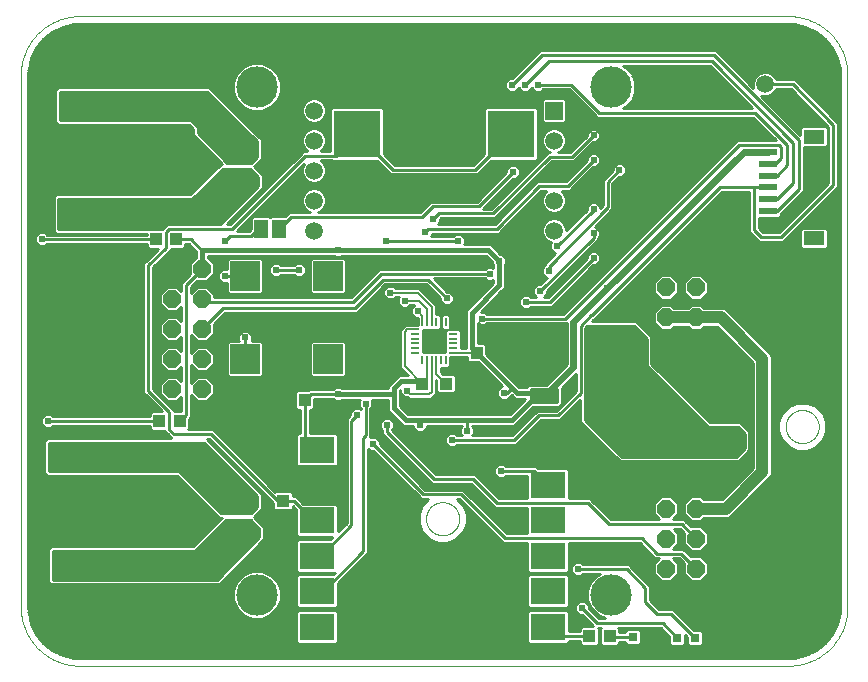
<source format=gtl>
G75*
%MOIN*%
%OFA0B0*%
%FSLAX25Y25*%
%IPPOS*%
%LPD*%
%AMOC8*
5,1,8,0,0,1.08239X$1,22.5*
%
%ADD10C,0.00000*%
%ADD11R,0.04252X0.04134*%
%ADD12R,0.04134X0.04252*%
%ADD13R,0.06000X0.06000*%
%ADD14C,0.06000*%
%ADD15R,0.03150X0.03150*%
%ADD16R,0.03937X0.04331*%
%ADD17R,0.11811X0.09055*%
%ADD18R,0.15748X0.15748*%
%ADD19R,0.15000X0.15000*%
%ADD20R,0.00787X0.03150*%
%ADD21R,0.03150X0.00787*%
%ADD22R,0.06102X0.02362*%
%ADD23R,0.07087X0.04724*%
%ADD24C,0.05906*%
%ADD25R,0.05906X0.05906*%
%ADD26OC8,0.06000*%
%ADD27C,0.06000*%
%ADD28R,0.04600X0.06300*%
%ADD29R,0.09843X0.09843*%
%ADD30R,0.13780X0.06299*%
%ADD31R,0.06299X0.13780*%
%ADD32C,0.01000*%
%ADD33C,0.02400*%
%ADD34C,0.00787*%
%ADD35C,0.02400*%
%ADD36C,0.01600*%
%ADD37C,0.04000*%
%ADD38C,0.13780*%
D10*
X0091335Y0054209D02*
X0091335Y0231374D01*
X0091341Y0231850D01*
X0091358Y0232325D01*
X0091387Y0232800D01*
X0091427Y0233274D01*
X0091479Y0233747D01*
X0091542Y0234218D01*
X0091616Y0234688D01*
X0091702Y0235156D01*
X0091799Y0235622D01*
X0091907Y0236085D01*
X0092026Y0236545D01*
X0092157Y0237003D01*
X0092298Y0237457D01*
X0092451Y0237908D01*
X0092614Y0238354D01*
X0092788Y0238797D01*
X0092973Y0239235D01*
X0093168Y0239669D01*
X0093374Y0240098D01*
X0093590Y0240522D01*
X0093816Y0240941D01*
X0094052Y0241354D01*
X0094298Y0241761D01*
X0094554Y0242162D01*
X0094820Y0242556D01*
X0095095Y0242945D01*
X0095379Y0243326D01*
X0095672Y0243700D01*
X0095974Y0244068D01*
X0096286Y0244428D01*
X0096605Y0244780D01*
X0096933Y0245124D01*
X0097270Y0245461D01*
X0097614Y0245789D01*
X0097966Y0246108D01*
X0098326Y0246420D01*
X0098694Y0246722D01*
X0099068Y0247015D01*
X0099449Y0247299D01*
X0099838Y0247574D01*
X0100232Y0247840D01*
X0100633Y0248096D01*
X0101040Y0248342D01*
X0101453Y0248578D01*
X0101872Y0248804D01*
X0102296Y0249020D01*
X0102725Y0249226D01*
X0103159Y0249421D01*
X0103597Y0249606D01*
X0104040Y0249780D01*
X0104486Y0249943D01*
X0104937Y0250096D01*
X0105391Y0250237D01*
X0105849Y0250368D01*
X0106309Y0250487D01*
X0106772Y0250595D01*
X0107238Y0250692D01*
X0107706Y0250778D01*
X0108176Y0250852D01*
X0108647Y0250915D01*
X0109120Y0250967D01*
X0109594Y0251007D01*
X0110069Y0251036D01*
X0110544Y0251053D01*
X0111020Y0251059D01*
X0347241Y0251059D01*
X0347717Y0251053D01*
X0348192Y0251036D01*
X0348667Y0251007D01*
X0349141Y0250967D01*
X0349614Y0250915D01*
X0350085Y0250852D01*
X0350555Y0250778D01*
X0351023Y0250692D01*
X0351489Y0250595D01*
X0351952Y0250487D01*
X0352412Y0250368D01*
X0352870Y0250237D01*
X0353324Y0250096D01*
X0353775Y0249943D01*
X0354221Y0249780D01*
X0354664Y0249606D01*
X0355102Y0249421D01*
X0355536Y0249226D01*
X0355965Y0249020D01*
X0356389Y0248804D01*
X0356808Y0248578D01*
X0357221Y0248342D01*
X0357628Y0248096D01*
X0358029Y0247840D01*
X0358423Y0247574D01*
X0358812Y0247299D01*
X0359193Y0247015D01*
X0359567Y0246722D01*
X0359935Y0246420D01*
X0360295Y0246108D01*
X0360647Y0245789D01*
X0360991Y0245461D01*
X0361328Y0245124D01*
X0361656Y0244780D01*
X0361975Y0244428D01*
X0362287Y0244068D01*
X0362589Y0243700D01*
X0362882Y0243326D01*
X0363166Y0242945D01*
X0363441Y0242556D01*
X0363707Y0242162D01*
X0363963Y0241761D01*
X0364209Y0241354D01*
X0364445Y0240941D01*
X0364671Y0240522D01*
X0364887Y0240098D01*
X0365093Y0239669D01*
X0365288Y0239235D01*
X0365473Y0238797D01*
X0365647Y0238354D01*
X0365810Y0237908D01*
X0365963Y0237457D01*
X0366104Y0237003D01*
X0366235Y0236545D01*
X0366354Y0236085D01*
X0366462Y0235622D01*
X0366559Y0235156D01*
X0366645Y0234688D01*
X0366719Y0234218D01*
X0366782Y0233747D01*
X0366834Y0233274D01*
X0366874Y0232800D01*
X0366903Y0232325D01*
X0366920Y0231850D01*
X0366926Y0231374D01*
X0366926Y0054209D01*
X0366920Y0053733D01*
X0366903Y0053258D01*
X0366874Y0052783D01*
X0366834Y0052309D01*
X0366782Y0051836D01*
X0366719Y0051365D01*
X0366645Y0050895D01*
X0366559Y0050427D01*
X0366462Y0049961D01*
X0366354Y0049498D01*
X0366235Y0049038D01*
X0366104Y0048580D01*
X0365963Y0048126D01*
X0365810Y0047675D01*
X0365647Y0047229D01*
X0365473Y0046786D01*
X0365288Y0046348D01*
X0365093Y0045914D01*
X0364887Y0045485D01*
X0364671Y0045061D01*
X0364445Y0044642D01*
X0364209Y0044229D01*
X0363963Y0043822D01*
X0363707Y0043421D01*
X0363441Y0043027D01*
X0363166Y0042638D01*
X0362882Y0042257D01*
X0362589Y0041883D01*
X0362287Y0041515D01*
X0361975Y0041155D01*
X0361656Y0040803D01*
X0361328Y0040459D01*
X0360991Y0040122D01*
X0360647Y0039794D01*
X0360295Y0039475D01*
X0359935Y0039163D01*
X0359567Y0038861D01*
X0359193Y0038568D01*
X0358812Y0038284D01*
X0358423Y0038009D01*
X0358029Y0037743D01*
X0357628Y0037487D01*
X0357221Y0037241D01*
X0356808Y0037005D01*
X0356389Y0036779D01*
X0355965Y0036563D01*
X0355536Y0036357D01*
X0355102Y0036162D01*
X0354664Y0035977D01*
X0354221Y0035803D01*
X0353775Y0035640D01*
X0353324Y0035487D01*
X0352870Y0035346D01*
X0352412Y0035215D01*
X0351952Y0035096D01*
X0351489Y0034988D01*
X0351023Y0034891D01*
X0350555Y0034805D01*
X0350085Y0034731D01*
X0349614Y0034668D01*
X0349141Y0034616D01*
X0348667Y0034576D01*
X0348192Y0034547D01*
X0347717Y0034530D01*
X0347241Y0034524D01*
X0111020Y0034524D01*
X0110544Y0034530D01*
X0110069Y0034547D01*
X0109594Y0034576D01*
X0109120Y0034616D01*
X0108647Y0034668D01*
X0108176Y0034731D01*
X0107706Y0034805D01*
X0107238Y0034891D01*
X0106772Y0034988D01*
X0106309Y0035096D01*
X0105849Y0035215D01*
X0105391Y0035346D01*
X0104937Y0035487D01*
X0104486Y0035640D01*
X0104040Y0035803D01*
X0103597Y0035977D01*
X0103159Y0036162D01*
X0102725Y0036357D01*
X0102296Y0036563D01*
X0101872Y0036779D01*
X0101453Y0037005D01*
X0101040Y0037241D01*
X0100633Y0037487D01*
X0100232Y0037743D01*
X0099838Y0038009D01*
X0099449Y0038284D01*
X0099068Y0038568D01*
X0098694Y0038861D01*
X0098326Y0039163D01*
X0097966Y0039475D01*
X0097614Y0039794D01*
X0097270Y0040122D01*
X0096933Y0040459D01*
X0096605Y0040803D01*
X0096286Y0041155D01*
X0095974Y0041515D01*
X0095672Y0041883D01*
X0095379Y0042257D01*
X0095095Y0042638D01*
X0094820Y0043027D01*
X0094554Y0043421D01*
X0094298Y0043822D01*
X0094052Y0044229D01*
X0093816Y0044642D01*
X0093590Y0045061D01*
X0093374Y0045485D01*
X0093168Y0045914D01*
X0092973Y0046348D01*
X0092788Y0046786D01*
X0092614Y0047229D01*
X0092451Y0047675D01*
X0092298Y0048126D01*
X0092157Y0048580D01*
X0092026Y0049038D01*
X0091907Y0049498D01*
X0091799Y0049961D01*
X0091702Y0050427D01*
X0091616Y0050895D01*
X0091542Y0051365D01*
X0091479Y0051836D01*
X0091427Y0052309D01*
X0091387Y0052783D01*
X0091358Y0053258D01*
X0091341Y0053733D01*
X0091335Y0054209D01*
X0226453Y0083539D02*
X0226455Y0083687D01*
X0226461Y0083835D01*
X0226471Y0083983D01*
X0226485Y0084130D01*
X0226503Y0084277D01*
X0226524Y0084423D01*
X0226550Y0084569D01*
X0226580Y0084714D01*
X0226613Y0084858D01*
X0226651Y0085001D01*
X0226692Y0085143D01*
X0226737Y0085284D01*
X0226785Y0085424D01*
X0226838Y0085563D01*
X0226894Y0085700D01*
X0226954Y0085835D01*
X0227017Y0085969D01*
X0227084Y0086101D01*
X0227155Y0086231D01*
X0227229Y0086359D01*
X0227306Y0086485D01*
X0227387Y0086609D01*
X0227471Y0086731D01*
X0227558Y0086850D01*
X0227649Y0086967D01*
X0227743Y0087082D01*
X0227839Y0087194D01*
X0227939Y0087304D01*
X0228041Y0087410D01*
X0228147Y0087514D01*
X0228255Y0087615D01*
X0228366Y0087713D01*
X0228479Y0087809D01*
X0228595Y0087901D01*
X0228713Y0087990D01*
X0228834Y0088075D01*
X0228957Y0088158D01*
X0229082Y0088237D01*
X0229209Y0088313D01*
X0229338Y0088385D01*
X0229469Y0088454D01*
X0229602Y0088519D01*
X0229737Y0088580D01*
X0229873Y0088638D01*
X0230010Y0088693D01*
X0230149Y0088743D01*
X0230290Y0088790D01*
X0230431Y0088833D01*
X0230574Y0088873D01*
X0230718Y0088908D01*
X0230862Y0088940D01*
X0231008Y0088967D01*
X0231154Y0088991D01*
X0231301Y0089011D01*
X0231448Y0089027D01*
X0231595Y0089039D01*
X0231743Y0089047D01*
X0231891Y0089051D01*
X0232039Y0089051D01*
X0232187Y0089047D01*
X0232335Y0089039D01*
X0232482Y0089027D01*
X0232629Y0089011D01*
X0232776Y0088991D01*
X0232922Y0088967D01*
X0233068Y0088940D01*
X0233212Y0088908D01*
X0233356Y0088873D01*
X0233499Y0088833D01*
X0233640Y0088790D01*
X0233781Y0088743D01*
X0233920Y0088693D01*
X0234057Y0088638D01*
X0234193Y0088580D01*
X0234328Y0088519D01*
X0234461Y0088454D01*
X0234592Y0088385D01*
X0234721Y0088313D01*
X0234848Y0088237D01*
X0234973Y0088158D01*
X0235096Y0088075D01*
X0235217Y0087990D01*
X0235335Y0087901D01*
X0235451Y0087809D01*
X0235564Y0087713D01*
X0235675Y0087615D01*
X0235783Y0087514D01*
X0235889Y0087410D01*
X0235991Y0087304D01*
X0236091Y0087194D01*
X0236187Y0087082D01*
X0236281Y0086967D01*
X0236372Y0086850D01*
X0236459Y0086731D01*
X0236543Y0086609D01*
X0236624Y0086485D01*
X0236701Y0086359D01*
X0236775Y0086231D01*
X0236846Y0086101D01*
X0236913Y0085969D01*
X0236976Y0085835D01*
X0237036Y0085700D01*
X0237092Y0085563D01*
X0237145Y0085424D01*
X0237193Y0085284D01*
X0237238Y0085143D01*
X0237279Y0085001D01*
X0237317Y0084858D01*
X0237350Y0084714D01*
X0237380Y0084569D01*
X0237406Y0084423D01*
X0237427Y0084277D01*
X0237445Y0084130D01*
X0237459Y0083983D01*
X0237469Y0083835D01*
X0237475Y0083687D01*
X0237477Y0083539D01*
X0237475Y0083391D01*
X0237469Y0083243D01*
X0237459Y0083095D01*
X0237445Y0082948D01*
X0237427Y0082801D01*
X0237406Y0082655D01*
X0237380Y0082509D01*
X0237350Y0082364D01*
X0237317Y0082220D01*
X0237279Y0082077D01*
X0237238Y0081935D01*
X0237193Y0081794D01*
X0237145Y0081654D01*
X0237092Y0081515D01*
X0237036Y0081378D01*
X0236976Y0081243D01*
X0236913Y0081109D01*
X0236846Y0080977D01*
X0236775Y0080847D01*
X0236701Y0080719D01*
X0236624Y0080593D01*
X0236543Y0080469D01*
X0236459Y0080347D01*
X0236372Y0080228D01*
X0236281Y0080111D01*
X0236187Y0079996D01*
X0236091Y0079884D01*
X0235991Y0079774D01*
X0235889Y0079668D01*
X0235783Y0079564D01*
X0235675Y0079463D01*
X0235564Y0079365D01*
X0235451Y0079269D01*
X0235335Y0079177D01*
X0235217Y0079088D01*
X0235096Y0079003D01*
X0234973Y0078920D01*
X0234848Y0078841D01*
X0234721Y0078765D01*
X0234592Y0078693D01*
X0234461Y0078624D01*
X0234328Y0078559D01*
X0234193Y0078498D01*
X0234057Y0078440D01*
X0233920Y0078385D01*
X0233781Y0078335D01*
X0233640Y0078288D01*
X0233499Y0078245D01*
X0233356Y0078205D01*
X0233212Y0078170D01*
X0233068Y0078138D01*
X0232922Y0078111D01*
X0232776Y0078087D01*
X0232629Y0078067D01*
X0232482Y0078051D01*
X0232335Y0078039D01*
X0232187Y0078031D01*
X0232039Y0078027D01*
X0231891Y0078027D01*
X0231743Y0078031D01*
X0231595Y0078039D01*
X0231448Y0078051D01*
X0231301Y0078067D01*
X0231154Y0078087D01*
X0231008Y0078111D01*
X0230862Y0078138D01*
X0230718Y0078170D01*
X0230574Y0078205D01*
X0230431Y0078245D01*
X0230290Y0078288D01*
X0230149Y0078335D01*
X0230010Y0078385D01*
X0229873Y0078440D01*
X0229737Y0078498D01*
X0229602Y0078559D01*
X0229469Y0078624D01*
X0229338Y0078693D01*
X0229209Y0078765D01*
X0229082Y0078841D01*
X0228957Y0078920D01*
X0228834Y0079003D01*
X0228713Y0079088D01*
X0228595Y0079177D01*
X0228479Y0079269D01*
X0228366Y0079365D01*
X0228255Y0079463D01*
X0228147Y0079564D01*
X0228041Y0079668D01*
X0227939Y0079774D01*
X0227839Y0079884D01*
X0227743Y0079996D01*
X0227649Y0080111D01*
X0227558Y0080228D01*
X0227471Y0080347D01*
X0227387Y0080469D01*
X0227306Y0080593D01*
X0227229Y0080719D01*
X0227155Y0080847D01*
X0227084Y0080977D01*
X0227017Y0081109D01*
X0226954Y0081243D01*
X0226894Y0081378D01*
X0226838Y0081515D01*
X0226785Y0081654D01*
X0226737Y0081794D01*
X0226692Y0081935D01*
X0226651Y0082077D01*
X0226613Y0082220D01*
X0226580Y0082364D01*
X0226550Y0082509D01*
X0226524Y0082655D01*
X0226503Y0082801D01*
X0226485Y0082948D01*
X0226471Y0083095D01*
X0226461Y0083243D01*
X0226455Y0083391D01*
X0226453Y0083539D01*
X0346335Y0114248D02*
X0346337Y0114396D01*
X0346343Y0114544D01*
X0346353Y0114692D01*
X0346367Y0114839D01*
X0346385Y0114986D01*
X0346406Y0115132D01*
X0346432Y0115278D01*
X0346462Y0115423D01*
X0346495Y0115567D01*
X0346533Y0115710D01*
X0346574Y0115852D01*
X0346619Y0115993D01*
X0346667Y0116133D01*
X0346720Y0116272D01*
X0346776Y0116409D01*
X0346836Y0116544D01*
X0346899Y0116678D01*
X0346966Y0116810D01*
X0347037Y0116940D01*
X0347111Y0117068D01*
X0347188Y0117194D01*
X0347269Y0117318D01*
X0347353Y0117440D01*
X0347440Y0117559D01*
X0347531Y0117676D01*
X0347625Y0117791D01*
X0347721Y0117903D01*
X0347821Y0118013D01*
X0347923Y0118119D01*
X0348029Y0118223D01*
X0348137Y0118324D01*
X0348248Y0118422D01*
X0348361Y0118518D01*
X0348477Y0118610D01*
X0348595Y0118699D01*
X0348716Y0118784D01*
X0348839Y0118867D01*
X0348964Y0118946D01*
X0349091Y0119022D01*
X0349220Y0119094D01*
X0349351Y0119163D01*
X0349484Y0119228D01*
X0349619Y0119289D01*
X0349755Y0119347D01*
X0349892Y0119402D01*
X0350031Y0119452D01*
X0350172Y0119499D01*
X0350313Y0119542D01*
X0350456Y0119582D01*
X0350600Y0119617D01*
X0350744Y0119649D01*
X0350890Y0119676D01*
X0351036Y0119700D01*
X0351183Y0119720D01*
X0351330Y0119736D01*
X0351477Y0119748D01*
X0351625Y0119756D01*
X0351773Y0119760D01*
X0351921Y0119760D01*
X0352069Y0119756D01*
X0352217Y0119748D01*
X0352364Y0119736D01*
X0352511Y0119720D01*
X0352658Y0119700D01*
X0352804Y0119676D01*
X0352950Y0119649D01*
X0353094Y0119617D01*
X0353238Y0119582D01*
X0353381Y0119542D01*
X0353522Y0119499D01*
X0353663Y0119452D01*
X0353802Y0119402D01*
X0353939Y0119347D01*
X0354075Y0119289D01*
X0354210Y0119228D01*
X0354343Y0119163D01*
X0354474Y0119094D01*
X0354603Y0119022D01*
X0354730Y0118946D01*
X0354855Y0118867D01*
X0354978Y0118784D01*
X0355099Y0118699D01*
X0355217Y0118610D01*
X0355333Y0118518D01*
X0355446Y0118422D01*
X0355557Y0118324D01*
X0355665Y0118223D01*
X0355771Y0118119D01*
X0355873Y0118013D01*
X0355973Y0117903D01*
X0356069Y0117791D01*
X0356163Y0117676D01*
X0356254Y0117559D01*
X0356341Y0117440D01*
X0356425Y0117318D01*
X0356506Y0117194D01*
X0356583Y0117068D01*
X0356657Y0116940D01*
X0356728Y0116810D01*
X0356795Y0116678D01*
X0356858Y0116544D01*
X0356918Y0116409D01*
X0356974Y0116272D01*
X0357027Y0116133D01*
X0357075Y0115993D01*
X0357120Y0115852D01*
X0357161Y0115710D01*
X0357199Y0115567D01*
X0357232Y0115423D01*
X0357262Y0115278D01*
X0357288Y0115132D01*
X0357309Y0114986D01*
X0357327Y0114839D01*
X0357341Y0114692D01*
X0357351Y0114544D01*
X0357357Y0114396D01*
X0357359Y0114248D01*
X0357357Y0114100D01*
X0357351Y0113952D01*
X0357341Y0113804D01*
X0357327Y0113657D01*
X0357309Y0113510D01*
X0357288Y0113364D01*
X0357262Y0113218D01*
X0357232Y0113073D01*
X0357199Y0112929D01*
X0357161Y0112786D01*
X0357120Y0112644D01*
X0357075Y0112503D01*
X0357027Y0112363D01*
X0356974Y0112224D01*
X0356918Y0112087D01*
X0356858Y0111952D01*
X0356795Y0111818D01*
X0356728Y0111686D01*
X0356657Y0111556D01*
X0356583Y0111428D01*
X0356506Y0111302D01*
X0356425Y0111178D01*
X0356341Y0111056D01*
X0356254Y0110937D01*
X0356163Y0110820D01*
X0356069Y0110705D01*
X0355973Y0110593D01*
X0355873Y0110483D01*
X0355771Y0110377D01*
X0355665Y0110273D01*
X0355557Y0110172D01*
X0355446Y0110074D01*
X0355333Y0109978D01*
X0355217Y0109886D01*
X0355099Y0109797D01*
X0354978Y0109712D01*
X0354855Y0109629D01*
X0354730Y0109550D01*
X0354603Y0109474D01*
X0354474Y0109402D01*
X0354343Y0109333D01*
X0354210Y0109268D01*
X0354075Y0109207D01*
X0353939Y0109149D01*
X0353802Y0109094D01*
X0353663Y0109044D01*
X0353522Y0108997D01*
X0353381Y0108954D01*
X0353238Y0108914D01*
X0353094Y0108879D01*
X0352950Y0108847D01*
X0352804Y0108820D01*
X0352658Y0108796D01*
X0352511Y0108776D01*
X0352364Y0108760D01*
X0352217Y0108748D01*
X0352069Y0108740D01*
X0351921Y0108736D01*
X0351773Y0108736D01*
X0351625Y0108740D01*
X0351477Y0108748D01*
X0351330Y0108760D01*
X0351183Y0108776D01*
X0351036Y0108796D01*
X0350890Y0108820D01*
X0350744Y0108847D01*
X0350600Y0108879D01*
X0350456Y0108914D01*
X0350313Y0108954D01*
X0350172Y0108997D01*
X0350031Y0109044D01*
X0349892Y0109094D01*
X0349755Y0109149D01*
X0349619Y0109207D01*
X0349484Y0109268D01*
X0349351Y0109333D01*
X0349220Y0109402D01*
X0349091Y0109474D01*
X0348964Y0109550D01*
X0348839Y0109629D01*
X0348716Y0109712D01*
X0348595Y0109797D01*
X0348477Y0109886D01*
X0348361Y0109978D01*
X0348248Y0110074D01*
X0348137Y0110172D01*
X0348029Y0110273D01*
X0347923Y0110377D01*
X0347821Y0110483D01*
X0347721Y0110593D01*
X0347625Y0110705D01*
X0347531Y0110820D01*
X0347440Y0110937D01*
X0347353Y0111056D01*
X0347269Y0111178D01*
X0347188Y0111302D01*
X0347111Y0111428D01*
X0347037Y0111556D01*
X0346966Y0111686D01*
X0346899Y0111818D01*
X0346836Y0111952D01*
X0346776Y0112087D01*
X0346720Y0112224D01*
X0346667Y0112363D01*
X0346619Y0112503D01*
X0346574Y0112644D01*
X0346533Y0112786D01*
X0346495Y0112929D01*
X0346462Y0113073D01*
X0346432Y0113218D01*
X0346406Y0113364D01*
X0346385Y0113510D01*
X0346367Y0113657D01*
X0346353Y0113804D01*
X0346343Y0113952D01*
X0346337Y0114100D01*
X0346335Y0114248D01*
D11*
X0233068Y0121630D03*
X0233068Y0128520D03*
X0225194Y0128520D03*
X0225194Y0121630D03*
X0178737Y0089445D03*
X0178737Y0082555D03*
D12*
X0179131Y0123106D03*
X0186020Y0123106D03*
X0243402Y0138854D03*
X0250292Y0138854D03*
D13*
X0326257Y0109327D03*
D14*
X0326257Y0119169D03*
D15*
X0316060Y0043854D03*
X0310154Y0043854D03*
X0301296Y0044169D03*
X0295390Y0044169D03*
D16*
X0287635Y0044366D03*
X0280942Y0044366D03*
X0144288Y0116020D03*
X0137595Y0116020D03*
X0136414Y0176650D03*
X0143107Y0176650D03*
D17*
X0190233Y0106571D03*
X0190233Y0094760D03*
X0190233Y0082949D03*
X0190233Y0071138D03*
X0190233Y0059327D03*
X0190233Y0047516D03*
X0267005Y0047516D03*
X0267005Y0059327D03*
X0267005Y0071138D03*
X0267005Y0082949D03*
X0267005Y0094760D03*
X0267005Y0106571D03*
D18*
X0254721Y0211689D03*
X0203540Y0211689D03*
D19*
X0229131Y0211689D03*
D20*
X0229918Y0149169D03*
X0231493Y0149169D03*
X0233068Y0149169D03*
X0228343Y0149169D03*
X0226768Y0149169D03*
X0225194Y0149169D03*
X0225194Y0136413D03*
X0226768Y0136413D03*
X0228343Y0136413D03*
X0229918Y0136413D03*
X0231493Y0136413D03*
X0233068Y0136413D03*
D21*
X0235509Y0138854D03*
X0235509Y0140429D03*
X0235509Y0142004D03*
X0235509Y0143579D03*
X0235509Y0145154D03*
X0235509Y0146728D03*
X0222753Y0146728D03*
X0222753Y0145154D03*
X0222753Y0143579D03*
X0222753Y0142004D03*
X0222753Y0140429D03*
X0222753Y0138854D03*
D22*
X0340587Y0182161D03*
X0340587Y0186098D03*
X0340587Y0190035D03*
X0340587Y0193972D03*
X0340587Y0197909D03*
X0340587Y0201846D03*
X0340587Y0205783D03*
D23*
X0355843Y0210902D03*
X0355843Y0177043D03*
D24*
X0339485Y0228382D03*
X0309485Y0228382D03*
X0269131Y0209602D03*
X0269131Y0199602D03*
X0269131Y0189602D03*
X0269131Y0179602D03*
X0189131Y0179602D03*
X0189131Y0189602D03*
X0189131Y0199602D03*
X0189131Y0209602D03*
X0189131Y0219602D03*
D25*
X0269131Y0219602D03*
D26*
X0306493Y0160665D03*
X0316493Y0160665D03*
X0316493Y0150665D03*
X0306493Y0150665D03*
X0306493Y0140665D03*
X0316493Y0140665D03*
X0316493Y0086925D03*
X0306493Y0086925D03*
X0306493Y0076925D03*
X0316493Y0076925D03*
X0316493Y0066925D03*
X0306493Y0066925D03*
X0306493Y0056925D03*
X0316493Y0056925D03*
X0151768Y0126728D03*
X0141768Y0126728D03*
X0141768Y0136728D03*
X0151768Y0136728D03*
X0151768Y0146728D03*
X0141768Y0146728D03*
X0141768Y0156728D03*
X0151768Y0156728D03*
X0151768Y0166728D03*
X0141768Y0166728D03*
D27*
X0160422Y0196846D02*
X0166422Y0196846D01*
X0166422Y0206846D02*
X0160422Y0206846D01*
X0160422Y0088736D02*
X0166422Y0088736D01*
X0166422Y0078736D02*
X0160422Y0078736D01*
D28*
X0171406Y0180193D03*
X0177406Y0180193D03*
D29*
X0166138Y0164445D03*
X0193698Y0164445D03*
X0193698Y0136886D03*
X0166138Y0136886D03*
D30*
X0265745Y0142791D03*
X0287005Y0142791D03*
D31*
X0292123Y0116413D03*
X0292123Y0095154D03*
D32*
X0291066Y0102609D02*
X0330581Y0102609D01*
X0331518Y0103546D01*
X0334274Y0106302D01*
X0334274Y0112352D01*
X0333337Y0113289D01*
X0330974Y0115651D01*
X0321132Y0115651D01*
X0301597Y0135186D01*
X0301597Y0144241D01*
X0300659Y0145179D01*
X0296329Y0149509D01*
X0281812Y0149509D01*
X0282156Y0149853D01*
X0282549Y0149853D01*
X0283486Y0150790D01*
X0325069Y0192372D01*
X0334223Y0192372D01*
X0334223Y0179136D01*
X0335161Y0178199D01*
X0336586Y0176774D01*
X0337523Y0175837D01*
X0345541Y0175837D01*
X0346479Y0176774D01*
X0363801Y0194097D01*
X0363801Y0215501D01*
X0362864Y0216439D01*
X0349321Y0229982D01*
X0343209Y0229982D01*
X0342921Y0230678D01*
X0341781Y0231818D01*
X0340291Y0232435D01*
X0338679Y0232435D01*
X0337189Y0231818D01*
X0336049Y0230678D01*
X0335432Y0229188D01*
X0335432Y0227576D01*
X0335602Y0227165D01*
X0324038Y0238730D01*
X0323100Y0239667D01*
X0264295Y0239667D01*
X0263357Y0238730D01*
X0255152Y0230524D01*
X0254162Y0230524D01*
X0252815Y0229177D01*
X0252815Y0227272D01*
X0254162Y0225924D01*
X0256068Y0225924D01*
X0257280Y0227137D01*
X0258493Y0225924D01*
X0260398Y0225924D01*
X0261611Y0227137D01*
X0262824Y0225924D01*
X0264729Y0225924D01*
X0265429Y0226624D01*
X0274137Y0226624D01*
X0282649Y0218113D01*
X0282649Y0218113D01*
X0283586Y0217176D01*
X0335554Y0217176D01*
X0342984Y0209746D01*
X0330043Y0209746D01*
X0329105Y0208808D01*
X0272169Y0151872D01*
X0246925Y0151872D01*
X0246225Y0152572D01*
X0244747Y0152572D01*
X0251571Y0159395D01*
X0252684Y0160508D01*
X0252684Y0168210D01*
X0253084Y0168610D01*
X0253084Y0170516D01*
X0251737Y0171863D01*
X0251171Y0171863D01*
X0248028Y0175006D01*
X0239008Y0175006D01*
X0239305Y0175303D01*
X0239305Y0177209D01*
X0237957Y0178556D01*
X0236052Y0178556D01*
X0235352Y0177856D01*
X0228078Y0177856D01*
X0228281Y0178059D01*
X0228281Y0178593D01*
X0250659Y0178593D01*
X0251597Y0179530D01*
X0264833Y0192766D01*
X0266563Y0192766D01*
X0265695Y0191898D01*
X0265078Y0190409D01*
X0265078Y0188796D01*
X0265695Y0187307D01*
X0266835Y0186167D01*
X0268324Y0185550D01*
X0269937Y0185550D01*
X0271426Y0186167D01*
X0272566Y0187307D01*
X0273183Y0188796D01*
X0273183Y0190409D01*
X0272566Y0191898D01*
X0271698Y0192766D01*
X0274281Y0192766D01*
X0275219Y0193703D01*
X0282243Y0200728D01*
X0283233Y0200728D01*
X0284580Y0202075D01*
X0284580Y0203980D01*
X0283233Y0205328D01*
X0281327Y0205328D01*
X0279980Y0203980D01*
X0279980Y0202990D01*
X0272956Y0195966D01*
X0263507Y0195966D01*
X0249334Y0181793D01*
X0230440Y0181793D01*
X0231037Y0182390D01*
X0231037Y0183380D01*
X0231368Y0183711D01*
X0249478Y0183711D01*
X0250416Y0184648D01*
X0268376Y0202609D01*
X0275856Y0202609D01*
X0282243Y0208995D01*
X0283233Y0208995D01*
X0284580Y0210343D01*
X0284580Y0212248D01*
X0283233Y0213595D01*
X0281327Y0213595D01*
X0279980Y0212248D01*
X0279980Y0211258D01*
X0274531Y0205809D01*
X0270562Y0205809D01*
X0271426Y0206167D01*
X0272566Y0207307D01*
X0273183Y0208796D01*
X0273183Y0210409D01*
X0272566Y0211898D01*
X0271426Y0213038D01*
X0269937Y0213655D01*
X0268324Y0213655D01*
X0266835Y0213038D01*
X0265695Y0211898D01*
X0265078Y0210409D01*
X0265078Y0208796D01*
X0265695Y0207307D01*
X0266835Y0206167D01*
X0267699Y0205809D01*
X0267051Y0205809D01*
X0248153Y0186911D01*
X0245592Y0186911D01*
X0255471Y0196791D01*
X0256461Y0196791D01*
X0257809Y0198138D01*
X0257809Y0200043D01*
X0256461Y0201391D01*
X0254556Y0201391D01*
X0253209Y0200043D01*
X0253209Y0199053D01*
X0243428Y0189273D01*
X0228074Y0189273D01*
X0227137Y0188336D01*
X0224531Y0185730D01*
X0190372Y0185730D01*
X0191426Y0186167D01*
X0192566Y0187307D01*
X0193183Y0188796D01*
X0193183Y0190409D01*
X0192566Y0191898D01*
X0191426Y0193038D01*
X0189937Y0193655D01*
X0188324Y0193655D01*
X0186835Y0193038D01*
X0185695Y0191898D01*
X0185078Y0190409D01*
X0185078Y0188796D01*
X0185695Y0187307D01*
X0186835Y0186167D01*
X0187889Y0185730D01*
X0180680Y0185730D01*
X0179743Y0184793D01*
X0179393Y0184443D01*
X0174651Y0184443D01*
X0174406Y0184199D01*
X0174162Y0184443D01*
X0168651Y0184443D01*
X0168006Y0183799D01*
X0168006Y0179993D01*
X0167444Y0179431D01*
X0163308Y0179431D01*
X0163408Y0179530D01*
X0185638Y0201760D01*
X0185078Y0200409D01*
X0185078Y0198796D01*
X0185695Y0197307D01*
X0186835Y0196167D01*
X0188324Y0195550D01*
X0189937Y0195550D01*
X0191426Y0196167D01*
X0192566Y0197307D01*
X0193183Y0198796D01*
X0193183Y0200409D01*
X0192566Y0201898D01*
X0191462Y0203002D01*
X0194923Y0203002D01*
X0195210Y0202715D01*
X0210251Y0202715D01*
X0213751Y0199215D01*
X0214688Y0198278D01*
X0243573Y0198278D01*
X0244510Y0199215D01*
X0244510Y0199215D01*
X0248010Y0202715D01*
X0263051Y0202715D01*
X0263695Y0203359D01*
X0263695Y0220019D01*
X0263051Y0220663D01*
X0246391Y0220663D01*
X0245747Y0220019D01*
X0245747Y0204978D01*
X0242247Y0201478D01*
X0216014Y0201478D01*
X0212514Y0204978D01*
X0212514Y0220019D01*
X0211870Y0220663D01*
X0195210Y0220663D01*
X0194566Y0220019D01*
X0194566Y0206202D01*
X0191462Y0206202D01*
X0192566Y0207307D01*
X0193183Y0208796D01*
X0193183Y0210409D01*
X0192566Y0211898D01*
X0191426Y0213038D01*
X0189937Y0213655D01*
X0188324Y0213655D01*
X0186835Y0213038D01*
X0185695Y0211898D01*
X0185078Y0210409D01*
X0185078Y0208796D01*
X0185695Y0207307D01*
X0186799Y0206202D01*
X0185554Y0206202D01*
X0184617Y0205265D01*
X0161145Y0181793D01*
X0160159Y0181793D01*
X0172069Y0193703D01*
X0172069Y0198178D01*
X0171132Y0199116D01*
X0171132Y0199116D01*
X0169189Y0201059D01*
X0169707Y0201577D01*
X0171675Y0203546D01*
X0171675Y0209990D01*
X0170738Y0210927D01*
X0154203Y0227462D01*
X0103665Y0227462D01*
X0102727Y0226525D01*
X0102727Y0215751D01*
X0103665Y0214813D01*
X0147365Y0214813D01*
X0148790Y0213388D01*
X0148790Y0211420D01*
X0149728Y0210483D01*
X0158339Y0201872D01*
X0157995Y0201872D01*
X0147759Y0191635D01*
X0103271Y0191635D01*
X0102334Y0190698D01*
X0102334Y0179530D01*
X0103271Y0178593D01*
X0133346Y0178593D01*
X0133346Y0178250D01*
X0100075Y0178250D01*
X0099375Y0178950D01*
X0097469Y0178950D01*
X0096122Y0177602D01*
X0096122Y0175697D01*
X0097469Y0174350D01*
X0099375Y0174350D01*
X0100075Y0175050D01*
X0133346Y0175050D01*
X0133346Y0174029D01*
X0133990Y0173384D01*
X0136988Y0173384D01*
X0133192Y0169588D01*
X0132255Y0168651D01*
X0132255Y0125593D01*
X0133192Y0124656D01*
X0138563Y0119285D01*
X0135171Y0119285D01*
X0134527Y0118641D01*
X0134527Y0117620D01*
X0102043Y0117620D01*
X0101343Y0118320D01*
X0099438Y0118320D01*
X0098090Y0116972D01*
X0098090Y0115067D01*
X0099438Y0113720D01*
X0101343Y0113720D01*
X0102043Y0114420D01*
X0134527Y0114420D01*
X0134527Y0113399D01*
X0135171Y0112754D01*
X0139342Y0112754D01*
X0139342Y0112601D01*
X0140279Y0111664D01*
X0141410Y0110533D01*
X0100121Y0110533D01*
X0099184Y0109596D01*
X0099184Y0098822D01*
X0100121Y0097884D01*
X0143428Y0097884D01*
X0157602Y0083711D01*
X0158339Y0083711D01*
X0158239Y0083612D01*
X0148940Y0074313D01*
X0101302Y0074313D01*
X0100365Y0073375D01*
X0100365Y0062601D01*
X0101302Y0061664D01*
X0157352Y0061664D01*
X0158290Y0062601D01*
X0172463Y0076774D01*
X0172463Y0080856D01*
X0171526Y0081793D01*
X0169189Y0084130D01*
X0169707Y0084648D01*
X0171675Y0086617D01*
X0171675Y0091879D01*
X0170738Y0092817D01*
X0153466Y0110089D01*
X0154058Y0110089D01*
X0175511Y0088636D01*
X0175511Y0086922D01*
X0176155Y0086278D01*
X0181318Y0086278D01*
X0181963Y0086922D01*
X0181963Y0087696D01*
X0183227Y0086432D01*
X0183227Y0077966D01*
X0183872Y0077321D01*
X0195256Y0077321D01*
X0194700Y0076765D01*
X0183872Y0076765D01*
X0183227Y0076121D01*
X0183227Y0066155D01*
X0183872Y0065510D01*
X0196043Y0065510D01*
X0195488Y0064954D01*
X0183872Y0064954D01*
X0183227Y0064310D01*
X0183227Y0054344D01*
X0183872Y0053699D01*
X0196594Y0053699D01*
X0197238Y0054344D01*
X0197238Y0062180D01*
X0206171Y0071113D01*
X0207109Y0072050D01*
X0207109Y0106836D01*
X0207705Y0106239D01*
X0208695Y0106239D01*
X0223987Y0090948D01*
X0223987Y0090947D01*
X0224925Y0090010D01*
X0227106Y0090010D01*
X0225173Y0088078D01*
X0223953Y0085133D01*
X0223953Y0081946D01*
X0225173Y0079001D01*
X0227427Y0076747D01*
X0230372Y0075528D01*
X0233559Y0075528D01*
X0236504Y0076747D01*
X0238757Y0079001D01*
X0239977Y0081946D01*
X0239977Y0085133D01*
X0238757Y0088078D01*
X0236825Y0090010D01*
X0237523Y0090010D01*
X0251153Y0076381D01*
X0251153Y0076381D01*
X0252090Y0075443D01*
X0259999Y0075443D01*
X0259999Y0066155D01*
X0260643Y0065510D01*
X0273366Y0065510D01*
X0274010Y0066155D01*
X0274010Y0075443D01*
X0297759Y0075443D01*
X0301940Y0071262D01*
X0302877Y0070325D01*
X0304095Y0070325D01*
X0302393Y0068623D01*
X0302393Y0065227D01*
X0304795Y0062825D01*
X0308191Y0062825D01*
X0310593Y0065227D01*
X0310593Y0068623D01*
X0308891Y0070325D01*
X0310830Y0070325D01*
X0312462Y0068693D01*
X0312393Y0068623D01*
X0312393Y0065227D01*
X0314795Y0062825D01*
X0318191Y0062825D01*
X0320593Y0065227D01*
X0320593Y0068623D01*
X0318191Y0071025D01*
X0314795Y0071025D01*
X0314725Y0070956D01*
X0312156Y0073525D01*
X0308891Y0073525D01*
X0310593Y0075227D01*
X0310593Y0078623D01*
X0309048Y0080168D01*
X0310988Y0080168D01*
X0312462Y0078693D01*
X0312393Y0078623D01*
X0312393Y0075227D01*
X0314795Y0072825D01*
X0318191Y0072825D01*
X0320593Y0075227D01*
X0320593Y0078623D01*
X0318191Y0081025D01*
X0314795Y0081025D01*
X0314725Y0080956D01*
X0313250Y0082430D01*
X0312313Y0083368D01*
X0308734Y0083368D01*
X0310593Y0085227D01*
X0310593Y0088623D01*
X0308191Y0091025D01*
X0304795Y0091025D01*
X0302393Y0088623D01*
X0302393Y0085227D01*
X0304252Y0083368D01*
X0288061Y0083368D01*
X0281912Y0089517D01*
X0280974Y0090454D01*
X0274010Y0090454D01*
X0274010Y0099743D01*
X0273366Y0100387D01*
X0263640Y0100387D01*
X0262943Y0101084D01*
X0253224Y0101084D01*
X0252524Y0101784D01*
X0250619Y0101784D01*
X0249272Y0100437D01*
X0249272Y0098532D01*
X0250619Y0097184D01*
X0252524Y0097184D01*
X0253224Y0097884D01*
X0259999Y0097884D01*
X0259999Y0090454D01*
X0250659Y0090454D01*
X0243723Y0097391D01*
X0242785Y0098328D01*
X0229793Y0098328D01*
X0214983Y0113139D01*
X0214983Y0113186D01*
X0215683Y0113886D01*
X0215683Y0115791D01*
X0214335Y0117139D01*
X0212430Y0117139D01*
X0211083Y0115791D01*
X0211083Y0113886D01*
X0211783Y0113186D01*
X0211783Y0111814D01*
X0228468Y0095128D01*
X0241460Y0095128D01*
X0249334Y0087254D01*
X0259999Y0087254D01*
X0259999Y0078643D01*
X0253415Y0078643D01*
X0239786Y0092273D01*
X0238848Y0093210D01*
X0226250Y0093210D01*
X0210958Y0108502D01*
X0210958Y0109492D01*
X0209611Y0110839D01*
X0207896Y0110839D01*
X0207896Y0120273D01*
X0208596Y0120973D01*
X0208596Y0122878D01*
X0208299Y0123175D01*
X0213845Y0123175D01*
X0213845Y0119563D01*
X0218895Y0114513D01*
X0222106Y0114513D01*
X0222106Y0113886D01*
X0223453Y0112539D01*
X0225359Y0112539D01*
X0226706Y0113886D01*
X0226706Y0114513D01*
X0238545Y0114513D01*
X0237854Y0113823D01*
X0237854Y0111917D01*
X0238451Y0111320D01*
X0236689Y0111320D01*
X0235989Y0112020D01*
X0234083Y0112020D01*
X0232736Y0110673D01*
X0232736Y0108768D01*
X0234083Y0107420D01*
X0235989Y0107420D01*
X0236689Y0108120D01*
X0256565Y0108120D01*
X0264833Y0116388D01*
X0271132Y0116388D01*
X0272069Y0117325D01*
X0277924Y0123181D01*
X0277924Y0115751D01*
X0278862Y0114813D01*
X0291066Y0102609D01*
X0290254Y0103421D02*
X0224701Y0103421D01*
X0225699Y0102422D02*
X0335479Y0102422D01*
X0335479Y0101424D02*
X0252885Y0101424D01*
X0251572Y0099484D02*
X0262280Y0099484D01*
X0267005Y0094760D01*
X0263602Y0100425D02*
X0335479Y0100425D01*
X0335479Y0100375D02*
X0325130Y0090025D01*
X0319191Y0090025D01*
X0318191Y0091025D01*
X0314795Y0091025D01*
X0312393Y0088623D01*
X0312393Y0085227D01*
X0314795Y0082825D01*
X0318191Y0082825D01*
X0319191Y0083825D01*
X0327031Y0083825D01*
X0328170Y0084297D01*
X0341207Y0097335D01*
X0341679Y0098474D01*
X0341679Y0137502D01*
X0341207Y0138642D01*
X0340335Y0139514D01*
X0326556Y0153293D01*
X0325416Y0153765D01*
X0319191Y0153765D01*
X0318191Y0154765D01*
X0314795Y0154765D01*
X0313795Y0153765D01*
X0309191Y0153765D01*
X0308191Y0154765D01*
X0304795Y0154765D01*
X0302393Y0152364D01*
X0302393Y0148967D01*
X0304795Y0146565D01*
X0308191Y0146565D01*
X0309191Y0147565D01*
X0313795Y0147565D01*
X0314795Y0146565D01*
X0318191Y0146565D01*
X0319191Y0147565D01*
X0323516Y0147565D01*
X0335479Y0135602D01*
X0335479Y0100375D01*
X0334532Y0099427D02*
X0274010Y0099427D01*
X0274010Y0098428D02*
X0333533Y0098428D01*
X0332535Y0097430D02*
X0274010Y0097430D01*
X0274010Y0096431D02*
X0331536Y0096431D01*
X0330538Y0095433D02*
X0274010Y0095433D01*
X0274010Y0094434D02*
X0329539Y0094434D01*
X0328541Y0093436D02*
X0274010Y0093436D01*
X0274010Y0092437D02*
X0327542Y0092437D01*
X0326544Y0091439D02*
X0274010Y0091439D01*
X0280312Y0088854D02*
X0249997Y0088854D01*
X0242123Y0096728D01*
X0229131Y0096728D01*
X0213383Y0112476D01*
X0213383Y0114839D01*
X0215072Y0116402D02*
X0217007Y0116402D01*
X0216008Y0117400D02*
X0207896Y0117400D01*
X0207896Y0116402D02*
X0211693Y0116402D01*
X0211083Y0115403D02*
X0207896Y0115403D01*
X0207896Y0114405D02*
X0211083Y0114405D01*
X0211562Y0113406D02*
X0207896Y0113406D01*
X0207896Y0112408D02*
X0211783Y0112408D01*
X0212187Y0111409D02*
X0207896Y0111409D01*
X0206296Y0111295D02*
X0205509Y0110508D01*
X0205509Y0072713D01*
X0193698Y0060902D01*
X0191808Y0060902D01*
X0190233Y0059327D01*
X0197238Y0059486D02*
X0259999Y0059486D01*
X0259999Y0058488D02*
X0197238Y0058488D01*
X0197238Y0057489D02*
X0259999Y0057489D01*
X0259999Y0056491D02*
X0197238Y0056491D01*
X0197238Y0055492D02*
X0259999Y0055492D01*
X0259999Y0054494D02*
X0197238Y0054494D01*
X0196594Y0053143D02*
X0183872Y0053143D01*
X0183227Y0052499D01*
X0183227Y0042533D01*
X0183872Y0041888D01*
X0196594Y0041888D01*
X0197238Y0042533D01*
X0197238Y0052499D01*
X0196594Y0053143D01*
X0197238Y0052497D02*
X0259999Y0052497D01*
X0259999Y0052499D02*
X0259999Y0042533D01*
X0260643Y0041888D01*
X0273366Y0041888D01*
X0274010Y0042533D01*
X0274010Y0042766D01*
X0277873Y0042766D01*
X0277873Y0041745D01*
X0278517Y0041101D01*
X0283366Y0041101D01*
X0284010Y0041745D01*
X0284010Y0046987D01*
X0283900Y0047097D01*
X0284676Y0047097D01*
X0284566Y0046987D01*
X0284566Y0041745D01*
X0285210Y0041101D01*
X0290059Y0041101D01*
X0290703Y0041745D01*
X0290703Y0042569D01*
X0292716Y0042569D01*
X0292716Y0042139D01*
X0293360Y0041494D01*
X0297421Y0041494D01*
X0298065Y0042139D01*
X0298065Y0046200D01*
X0297421Y0046844D01*
X0293360Y0046844D01*
X0292716Y0046200D01*
X0292716Y0045769D01*
X0290703Y0045769D01*
X0290703Y0046987D01*
X0290593Y0047097D01*
X0304649Y0047097D01*
X0307479Y0044266D01*
X0307479Y0041824D01*
X0308124Y0041180D01*
X0312185Y0041180D01*
X0312829Y0041824D01*
X0312829Y0044822D01*
X0313385Y0044266D01*
X0313385Y0041824D01*
X0314029Y0041180D01*
X0318090Y0041180D01*
X0318734Y0041824D01*
X0318734Y0045885D01*
X0318090Y0046529D01*
X0315648Y0046529D01*
X0309668Y0052509D01*
X0308730Y0053446D01*
X0304203Y0053446D01*
X0301203Y0056446D01*
X0301203Y0061171D01*
X0294904Y0067470D01*
X0293967Y0068407D01*
X0278815Y0068407D01*
X0278115Y0069107D01*
X0276209Y0069107D01*
X0274862Y0067760D01*
X0274862Y0065854D01*
X0276209Y0064507D01*
X0278115Y0064507D01*
X0278815Y0065207D01*
X0284355Y0065207D01*
X0283660Y0064919D01*
X0281412Y0062672D01*
X0280196Y0059735D01*
X0280196Y0056556D01*
X0281412Y0053620D01*
X0283660Y0051372D01*
X0286256Y0050297D01*
X0284124Y0050297D01*
X0280643Y0053778D01*
X0280643Y0054768D01*
X0279296Y0056115D01*
X0277390Y0056115D01*
X0276043Y0054768D01*
X0276043Y0052862D01*
X0277390Y0051515D01*
X0278380Y0051515D01*
X0281861Y0048034D01*
X0282264Y0047631D01*
X0278517Y0047631D01*
X0277873Y0046987D01*
X0277873Y0045966D01*
X0274010Y0045966D01*
X0274010Y0052499D01*
X0273366Y0053143D01*
X0260643Y0053143D01*
X0259999Y0052499D01*
X0259999Y0051498D02*
X0197238Y0051498D01*
X0197238Y0050500D02*
X0259999Y0050500D01*
X0259999Y0049501D02*
X0197238Y0049501D01*
X0197238Y0048503D02*
X0259999Y0048503D01*
X0259999Y0047504D02*
X0197238Y0047504D01*
X0197238Y0046506D02*
X0259999Y0046506D01*
X0259999Y0045507D02*
X0197238Y0045507D01*
X0197238Y0044509D02*
X0259999Y0044509D01*
X0259999Y0043510D02*
X0197238Y0043510D01*
X0197218Y0042512D02*
X0260020Y0042512D01*
X0267005Y0047516D02*
X0270154Y0044366D01*
X0280942Y0044366D01*
X0284010Y0044509D02*
X0284566Y0044509D01*
X0284566Y0045507D02*
X0284010Y0045507D01*
X0284010Y0046506D02*
X0284566Y0046506D01*
X0283461Y0048697D02*
X0305312Y0048697D01*
X0310154Y0043854D01*
X0307479Y0043510D02*
X0298065Y0043510D01*
X0298065Y0042512D02*
X0307479Y0042512D01*
X0307790Y0041513D02*
X0297440Y0041513D01*
X0298065Y0044509D02*
X0307237Y0044509D01*
X0306239Y0045507D02*
X0298065Y0045507D01*
X0297759Y0046506D02*
X0305240Y0046506D01*
X0303540Y0051846D02*
X0299603Y0055783D01*
X0299603Y0060508D01*
X0293304Y0066807D01*
X0277162Y0066807D01*
X0275575Y0068473D02*
X0274010Y0068473D01*
X0274010Y0067474D02*
X0274862Y0067474D01*
X0274862Y0066476D02*
X0274010Y0066476D01*
X0275239Y0065477D02*
X0200536Y0065477D01*
X0199538Y0064479D02*
X0260168Y0064479D01*
X0259999Y0064310D02*
X0259999Y0054344D01*
X0260643Y0053699D01*
X0273366Y0053699D01*
X0274010Y0054344D01*
X0274010Y0064310D01*
X0273366Y0064954D01*
X0260643Y0064954D01*
X0259999Y0064310D01*
X0259999Y0063480D02*
X0198539Y0063480D01*
X0197541Y0062482D02*
X0259999Y0062482D01*
X0259999Y0061483D02*
X0197238Y0061483D01*
X0197238Y0060485D02*
X0259999Y0060485D01*
X0259999Y0066476D02*
X0201535Y0066476D01*
X0202533Y0067474D02*
X0259999Y0067474D01*
X0259999Y0068473D02*
X0203532Y0068473D01*
X0204530Y0069472D02*
X0259999Y0069472D01*
X0259999Y0070470D02*
X0205529Y0070470D01*
X0206527Y0071469D02*
X0259999Y0071469D01*
X0259999Y0072467D02*
X0207109Y0072467D01*
X0207109Y0073466D02*
X0259999Y0073466D01*
X0259999Y0074464D02*
X0207109Y0074464D01*
X0207109Y0075463D02*
X0252071Y0075463D01*
X0251072Y0076461D02*
X0235813Y0076461D01*
X0237216Y0077460D02*
X0250074Y0077460D01*
X0249075Y0078458D02*
X0238214Y0078458D01*
X0238946Y0079457D02*
X0248077Y0079457D01*
X0247078Y0080455D02*
X0239360Y0080455D01*
X0239773Y0081454D02*
X0246080Y0081454D01*
X0245081Y0082452D02*
X0239977Y0082452D01*
X0239977Y0083451D02*
X0244083Y0083451D01*
X0243084Y0084449D02*
X0239977Y0084449D01*
X0239847Y0085448D02*
X0242085Y0085448D01*
X0241087Y0086446D02*
X0239433Y0086446D01*
X0239019Y0087445D02*
X0240088Y0087445D01*
X0239090Y0088443D02*
X0238392Y0088443D01*
X0238091Y0089442D02*
X0237393Y0089442D01*
X0238186Y0091610D02*
X0252753Y0077043D01*
X0298422Y0077043D01*
X0303540Y0071925D01*
X0311493Y0071925D01*
X0316493Y0066925D01*
X0320593Y0066476D02*
X0364426Y0066476D01*
X0364426Y0067474D02*
X0320593Y0067474D01*
X0320593Y0068473D02*
X0364426Y0068473D01*
X0364426Y0069472D02*
X0319745Y0069472D01*
X0318746Y0070470D02*
X0364426Y0070470D01*
X0364426Y0071469D02*
X0314212Y0071469D01*
X0313214Y0072467D02*
X0364426Y0072467D01*
X0364426Y0073466D02*
X0318831Y0073466D01*
X0319830Y0074464D02*
X0364426Y0074464D01*
X0364426Y0075463D02*
X0320593Y0075463D01*
X0320593Y0076461D02*
X0364426Y0076461D01*
X0364426Y0077460D02*
X0320593Y0077460D01*
X0320593Y0078458D02*
X0364426Y0078458D01*
X0364426Y0079457D02*
X0319760Y0079457D01*
X0318761Y0080455D02*
X0364426Y0080455D01*
X0364426Y0081454D02*
X0314227Y0081454D01*
X0313229Y0082452D02*
X0364426Y0082452D01*
X0364426Y0083451D02*
X0318817Y0083451D01*
X0314169Y0083451D02*
X0308817Y0083451D01*
X0309815Y0084449D02*
X0313171Y0084449D01*
X0312393Y0085448D02*
X0310593Y0085448D01*
X0310593Y0086446D02*
X0312393Y0086446D01*
X0312393Y0087445D02*
X0310593Y0087445D01*
X0310593Y0088443D02*
X0312393Y0088443D01*
X0313211Y0089442D02*
X0309774Y0089442D01*
X0308776Y0090440D02*
X0314210Y0090440D01*
X0318776Y0090440D02*
X0325545Y0090440D01*
X0330319Y0086446D02*
X0364426Y0086446D01*
X0364426Y0085448D02*
X0329321Y0085448D01*
X0328322Y0084449D02*
X0364426Y0084449D01*
X0364426Y0087445D02*
X0331318Y0087445D01*
X0332316Y0088443D02*
X0364426Y0088443D01*
X0364426Y0089442D02*
X0333315Y0089442D01*
X0334313Y0090440D02*
X0364426Y0090440D01*
X0364426Y0091439D02*
X0335312Y0091439D01*
X0336310Y0092437D02*
X0364426Y0092437D01*
X0364426Y0093436D02*
X0337309Y0093436D01*
X0338307Y0094434D02*
X0364426Y0094434D01*
X0364426Y0095433D02*
X0339306Y0095433D01*
X0340304Y0096431D02*
X0364426Y0096431D01*
X0364426Y0097430D02*
X0341247Y0097430D01*
X0341660Y0098428D02*
X0364426Y0098428D01*
X0364426Y0099427D02*
X0341679Y0099427D01*
X0341679Y0100425D02*
X0364426Y0100425D01*
X0364426Y0101424D02*
X0341679Y0101424D01*
X0341679Y0102422D02*
X0364426Y0102422D01*
X0364426Y0103421D02*
X0341679Y0103421D01*
X0341679Y0104419D02*
X0364426Y0104419D01*
X0364426Y0105418D02*
X0341679Y0105418D01*
X0341679Y0106416D02*
X0349818Y0106416D01*
X0350253Y0106236D02*
X0353441Y0106236D01*
X0356385Y0107456D01*
X0358639Y0109710D01*
X0359859Y0112654D01*
X0359859Y0115842D01*
X0358639Y0118786D01*
X0356385Y0121040D01*
X0353441Y0122260D01*
X0350253Y0122260D01*
X0347309Y0121040D01*
X0345055Y0118786D01*
X0343835Y0115842D01*
X0343835Y0112654D01*
X0345055Y0109710D01*
X0347309Y0107456D01*
X0350253Y0106236D01*
X0347408Y0107415D02*
X0341679Y0107415D01*
X0341679Y0108413D02*
X0346351Y0108413D01*
X0345353Y0109412D02*
X0341679Y0109412D01*
X0341679Y0110410D02*
X0344765Y0110410D01*
X0344351Y0111409D02*
X0341679Y0111409D01*
X0341679Y0112408D02*
X0343938Y0112408D01*
X0343835Y0113406D02*
X0341679Y0113406D01*
X0341679Y0114405D02*
X0343835Y0114405D01*
X0343835Y0115403D02*
X0341679Y0115403D01*
X0341679Y0116402D02*
X0344067Y0116402D01*
X0344481Y0117400D02*
X0341679Y0117400D01*
X0341679Y0118399D02*
X0344894Y0118399D01*
X0345666Y0119397D02*
X0341679Y0119397D01*
X0341679Y0120396D02*
X0346664Y0120396D01*
X0348163Y0121394D02*
X0341679Y0121394D01*
X0341679Y0122393D02*
X0364426Y0122393D01*
X0364426Y0123391D02*
X0341679Y0123391D01*
X0341679Y0124390D02*
X0364426Y0124390D01*
X0364426Y0125388D02*
X0341679Y0125388D01*
X0341679Y0126387D02*
X0364426Y0126387D01*
X0364426Y0127385D02*
X0341679Y0127385D01*
X0341679Y0128384D02*
X0364426Y0128384D01*
X0364426Y0129382D02*
X0341679Y0129382D01*
X0341679Y0130381D02*
X0364426Y0130381D01*
X0364426Y0131379D02*
X0341679Y0131379D01*
X0341679Y0132378D02*
X0364426Y0132378D01*
X0364426Y0133376D02*
X0341679Y0133376D01*
X0341679Y0134375D02*
X0364426Y0134375D01*
X0364426Y0135373D02*
X0341679Y0135373D01*
X0341679Y0136372D02*
X0364426Y0136372D01*
X0364426Y0137370D02*
X0341679Y0137370D01*
X0341321Y0138369D02*
X0364426Y0138369D01*
X0364426Y0139367D02*
X0340482Y0139367D01*
X0339483Y0140366D02*
X0364426Y0140366D01*
X0364426Y0141364D02*
X0338485Y0141364D01*
X0337486Y0142363D02*
X0364426Y0142363D01*
X0364426Y0143361D02*
X0336488Y0143361D01*
X0335489Y0144360D02*
X0364426Y0144360D01*
X0364426Y0145358D02*
X0334491Y0145358D01*
X0333492Y0146357D02*
X0364426Y0146357D01*
X0364426Y0147355D02*
X0332494Y0147355D01*
X0331495Y0148354D02*
X0364426Y0148354D01*
X0364426Y0149352D02*
X0330497Y0149352D01*
X0329498Y0150351D02*
X0364426Y0150351D01*
X0364426Y0151349D02*
X0328500Y0151349D01*
X0327501Y0152348D02*
X0364426Y0152348D01*
X0364426Y0153346D02*
X0326428Y0153346D01*
X0318611Y0154345D02*
X0364426Y0154345D01*
X0364426Y0155343D02*
X0288040Y0155343D01*
X0287041Y0154345D02*
X0304374Y0154345D01*
X0303376Y0153346D02*
X0286043Y0153346D01*
X0285044Y0152348D02*
X0302393Y0152348D01*
X0302393Y0151349D02*
X0284046Y0151349D01*
X0283047Y0150351D02*
X0302393Y0150351D01*
X0302393Y0149352D02*
X0296486Y0149352D01*
X0297484Y0148354D02*
X0303006Y0148354D01*
X0304004Y0147355D02*
X0298483Y0147355D01*
X0299481Y0146357D02*
X0324724Y0146357D01*
X0323726Y0147355D02*
X0318981Y0147355D01*
X0325723Y0145358D02*
X0300480Y0145358D01*
X0301478Y0144360D02*
X0326721Y0144360D01*
X0327720Y0143361D02*
X0301597Y0143361D01*
X0301597Y0142363D02*
X0328718Y0142363D01*
X0329717Y0141364D02*
X0301597Y0141364D01*
X0301597Y0140366D02*
X0330715Y0140366D01*
X0331714Y0139367D02*
X0301597Y0139367D01*
X0301597Y0138369D02*
X0332712Y0138369D01*
X0333711Y0137370D02*
X0301597Y0137370D01*
X0301597Y0136372D02*
X0334709Y0136372D01*
X0335479Y0135373D02*
X0301597Y0135373D01*
X0302408Y0134375D02*
X0335479Y0134375D01*
X0335479Y0133376D02*
X0303407Y0133376D01*
X0304405Y0132378D02*
X0335479Y0132378D01*
X0335479Y0131379D02*
X0305404Y0131379D01*
X0306402Y0130381D02*
X0335479Y0130381D01*
X0335479Y0129382D02*
X0307401Y0129382D01*
X0308399Y0128384D02*
X0335479Y0128384D01*
X0335479Y0127385D02*
X0309398Y0127385D01*
X0310396Y0126387D02*
X0335479Y0126387D01*
X0335479Y0125388D02*
X0311395Y0125388D01*
X0312393Y0124390D02*
X0335479Y0124390D01*
X0335479Y0123391D02*
X0313392Y0123391D01*
X0314390Y0122393D02*
X0335479Y0122393D01*
X0335479Y0121394D02*
X0315389Y0121394D01*
X0316387Y0120396D02*
X0335479Y0120396D01*
X0335479Y0119397D02*
X0317386Y0119397D01*
X0318384Y0118399D02*
X0335479Y0118399D01*
X0335479Y0117400D02*
X0319383Y0117400D01*
X0320382Y0116402D02*
X0335479Y0116402D01*
X0335479Y0115403D02*
X0331223Y0115403D01*
X0332221Y0114405D02*
X0335479Y0114405D01*
X0335479Y0113406D02*
X0333220Y0113406D01*
X0334218Y0112408D02*
X0335479Y0112408D01*
X0335479Y0111409D02*
X0334274Y0111409D01*
X0334274Y0110410D02*
X0335479Y0110410D01*
X0335479Y0109412D02*
X0334274Y0109412D01*
X0334274Y0108413D02*
X0335479Y0108413D01*
X0335479Y0107415D02*
X0334274Y0107415D01*
X0334274Y0106416D02*
X0335479Y0106416D01*
X0335479Y0105418D02*
X0333390Y0105418D01*
X0332391Y0104419D02*
X0335479Y0104419D01*
X0335479Y0103421D02*
X0331393Y0103421D01*
X0330129Y0104419D02*
X0291518Y0104419D01*
X0291729Y0104209D02*
X0279524Y0116413D01*
X0279524Y0124781D01*
X0279549Y0124806D01*
X0279549Y0147247D01*
X0280212Y0147909D01*
X0295666Y0147909D01*
X0299997Y0143579D01*
X0299997Y0134524D01*
X0320469Y0114051D01*
X0330312Y0114051D01*
X0332674Y0111689D01*
X0332674Y0106965D01*
X0329918Y0104209D01*
X0291729Y0104209D01*
X0290520Y0105418D02*
X0331127Y0105418D01*
X0332126Y0106416D02*
X0289521Y0106416D01*
X0288523Y0107415D02*
X0332674Y0107415D01*
X0332674Y0108413D02*
X0287524Y0108413D01*
X0286526Y0109412D02*
X0332674Y0109412D01*
X0332674Y0110410D02*
X0285527Y0110410D01*
X0284529Y0111409D02*
X0332674Y0111409D01*
X0331955Y0112408D02*
X0283530Y0112408D01*
X0282532Y0113406D02*
X0330957Y0113406D01*
X0320116Y0114405D02*
X0281533Y0114405D01*
X0280535Y0115403D02*
X0319117Y0115403D01*
X0318119Y0116402D02*
X0279536Y0116402D01*
X0279524Y0117400D02*
X0317120Y0117400D01*
X0316122Y0118399D02*
X0279524Y0118399D01*
X0279524Y0119397D02*
X0315123Y0119397D01*
X0314125Y0120396D02*
X0279524Y0120396D01*
X0279524Y0121394D02*
X0313126Y0121394D01*
X0312128Y0122393D02*
X0279524Y0122393D01*
X0279524Y0123391D02*
X0311129Y0123391D01*
X0310131Y0124390D02*
X0279524Y0124390D01*
X0279549Y0125388D02*
X0309132Y0125388D01*
X0308134Y0126387D02*
X0279549Y0126387D01*
X0279549Y0127385D02*
X0307135Y0127385D01*
X0306137Y0128384D02*
X0279549Y0128384D01*
X0279549Y0129382D02*
X0305138Y0129382D01*
X0304140Y0130381D02*
X0279549Y0130381D01*
X0279549Y0131379D02*
X0303141Y0131379D01*
X0302143Y0132378D02*
X0279549Y0132378D01*
X0279549Y0133376D02*
X0301144Y0133376D01*
X0300146Y0134375D02*
X0279549Y0134375D01*
X0279549Y0135373D02*
X0299997Y0135373D01*
X0299997Y0136372D02*
X0279549Y0136372D01*
X0279549Y0137370D02*
X0299997Y0137370D01*
X0299997Y0138369D02*
X0279549Y0138369D01*
X0279549Y0139367D02*
X0299997Y0139367D01*
X0299997Y0140366D02*
X0279549Y0140366D01*
X0279549Y0141364D02*
X0299997Y0141364D01*
X0299997Y0142363D02*
X0279549Y0142363D01*
X0279549Y0143361D02*
X0299997Y0143361D01*
X0299216Y0144360D02*
X0279549Y0144360D01*
X0279549Y0145358D02*
X0298217Y0145358D01*
X0297219Y0146357D02*
X0279549Y0146357D01*
X0279658Y0147355D02*
X0296220Y0147355D01*
X0308981Y0147355D02*
X0314004Y0147355D01*
X0314374Y0154345D02*
X0308611Y0154345D01*
X0308191Y0156565D02*
X0304795Y0156565D01*
X0302393Y0158967D01*
X0302393Y0162364D01*
X0304795Y0164765D01*
X0308191Y0164765D01*
X0310593Y0162364D01*
X0310593Y0158967D01*
X0308191Y0156565D01*
X0308966Y0157341D02*
X0314019Y0157341D01*
X0314795Y0156565D02*
X0312393Y0158967D01*
X0312393Y0162364D01*
X0314795Y0164765D01*
X0318191Y0164765D01*
X0320593Y0162364D01*
X0320593Y0158967D01*
X0318191Y0156565D01*
X0314795Y0156565D01*
X0313021Y0158339D02*
X0309965Y0158339D01*
X0310593Y0159338D02*
X0312393Y0159338D01*
X0312393Y0160336D02*
X0310593Y0160336D01*
X0310593Y0161335D02*
X0312393Y0161335D01*
X0312393Y0162333D02*
X0310593Y0162333D01*
X0309625Y0163332D02*
X0313361Y0163332D01*
X0314359Y0164330D02*
X0308626Y0164330D01*
X0304359Y0164330D02*
X0297027Y0164330D01*
X0298025Y0165329D02*
X0364426Y0165329D01*
X0364426Y0166327D02*
X0299024Y0166327D01*
X0300022Y0167326D02*
X0364426Y0167326D01*
X0364426Y0168324D02*
X0301021Y0168324D01*
X0302019Y0169323D02*
X0364426Y0169323D01*
X0364426Y0170321D02*
X0303018Y0170321D01*
X0304016Y0171320D02*
X0364426Y0171320D01*
X0364426Y0172318D02*
X0305015Y0172318D01*
X0306013Y0173317D02*
X0364426Y0173317D01*
X0364426Y0174315D02*
X0360486Y0174315D01*
X0360486Y0174225D02*
X0360486Y0179861D01*
X0359842Y0180505D01*
X0351844Y0180505D01*
X0351200Y0179861D01*
X0351200Y0174225D01*
X0351844Y0173581D01*
X0359842Y0173581D01*
X0360486Y0174225D01*
X0360486Y0175314D02*
X0364426Y0175314D01*
X0364426Y0176312D02*
X0360486Y0176312D01*
X0360486Y0177311D02*
X0364426Y0177311D01*
X0364426Y0178309D02*
X0360486Y0178309D01*
X0360486Y0179308D02*
X0364426Y0179308D01*
X0364426Y0180306D02*
X0360041Y0180306D01*
X0364426Y0181305D02*
X0351009Y0181305D01*
X0351645Y0180306D02*
X0350011Y0180306D01*
X0349012Y0179308D02*
X0351200Y0179308D01*
X0351200Y0178309D02*
X0348014Y0178309D01*
X0347015Y0177311D02*
X0351200Y0177311D01*
X0351200Y0176312D02*
X0346017Y0176312D01*
X0344879Y0177437D02*
X0338186Y0177437D01*
X0335823Y0179799D01*
X0335823Y0193972D01*
X0324406Y0193972D01*
X0281886Y0151453D01*
X0281493Y0151453D01*
X0277949Y0147909D01*
X0277949Y0125469D01*
X0270469Y0117988D01*
X0264170Y0117988D01*
X0255902Y0109720D01*
X0235036Y0109720D01*
X0233472Y0111409D02*
X0216713Y0111409D01*
X0217711Y0110410D02*
X0232736Y0110410D01*
X0232736Y0109412D02*
X0218710Y0109412D01*
X0219708Y0108413D02*
X0233090Y0108413D01*
X0236600Y0111409D02*
X0238363Y0111409D01*
X0237854Y0112408D02*
X0215714Y0112408D01*
X0215203Y0113406D02*
X0222586Y0113406D01*
X0222106Y0114405D02*
X0215683Y0114405D01*
X0215683Y0115403D02*
X0218005Y0115403D01*
X0220469Y0118313D02*
X0224013Y0118313D01*
X0254328Y0118313D01*
X0259583Y0123569D01*
X0256001Y0123569D01*
X0254952Y0124618D01*
X0254203Y0123869D01*
X0254012Y0123869D01*
X0253312Y0123169D01*
X0251406Y0123169D01*
X0250059Y0124516D01*
X0250059Y0126421D01*
X0251406Y0127768D01*
X0251801Y0127768D01*
X0243941Y0135628D01*
X0240880Y0135628D01*
X0240235Y0136273D01*
X0240235Y0137361D01*
X0234561Y0137361D01*
X0234561Y0134383D01*
X0233917Y0133739D01*
X0231412Y0133739D01*
X0231412Y0132288D01*
X0232013Y0131687D01*
X0235649Y0131687D01*
X0236294Y0131042D01*
X0236294Y0125997D01*
X0235649Y0125353D01*
X0230486Y0125353D01*
X0229842Y0125997D01*
X0229842Y0129633D01*
X0229837Y0129638D01*
X0229837Y0125243D01*
X0229049Y0124456D01*
X0228174Y0123581D01*
X0220638Y0123581D01*
X0220263Y0123956D01*
X0219123Y0123956D01*
X0217775Y0125303D01*
X0217775Y0126387D01*
X0217775Y0126387D01*
X0217645Y0126256D01*
X0217645Y0121137D01*
X0220469Y0118313D01*
X0220384Y0118399D02*
X0254413Y0118399D01*
X0255412Y0119397D02*
X0219385Y0119397D01*
X0218387Y0120396D02*
X0256410Y0120396D01*
X0257409Y0121394D02*
X0217645Y0121394D01*
X0217645Y0122393D02*
X0258407Y0122393D01*
X0259406Y0123391D02*
X0253534Y0123391D01*
X0254724Y0124390D02*
X0255180Y0124390D01*
X0253540Y0125469D02*
X0255164Y0127093D01*
X0256560Y0128384D02*
X0266588Y0128384D01*
X0266454Y0128250D02*
X0260751Y0128250D01*
X0259870Y0127368D01*
X0257575Y0127368D01*
X0257064Y0127880D01*
X0246569Y0138374D01*
X0246569Y0141436D01*
X0245925Y0142080D01*
X0243629Y0142080D01*
X0243629Y0148662D01*
X0244320Y0147972D01*
X0246225Y0147972D01*
X0246925Y0148672D01*
X0273287Y0148672D01*
X0273287Y0135083D01*
X0266454Y0128250D01*
X0267587Y0129382D02*
X0255561Y0129382D01*
X0254563Y0130381D02*
X0268585Y0130381D01*
X0269584Y0131379D02*
X0253564Y0131379D01*
X0252566Y0132378D02*
X0270582Y0132378D01*
X0271581Y0133376D02*
X0251567Y0133376D01*
X0250569Y0134375D02*
X0272579Y0134375D01*
X0273287Y0135373D02*
X0249570Y0135373D01*
X0248572Y0136372D02*
X0273287Y0136372D01*
X0273287Y0137370D02*
X0247573Y0137370D01*
X0246575Y0138369D02*
X0273287Y0138369D01*
X0273287Y0139367D02*
X0246569Y0139367D01*
X0246569Y0140366D02*
X0273287Y0140366D01*
X0273287Y0141364D02*
X0246569Y0141364D01*
X0243629Y0142363D02*
X0273287Y0142363D01*
X0273287Y0143361D02*
X0243629Y0143361D01*
X0243629Y0144360D02*
X0273287Y0144360D01*
X0273287Y0145358D02*
X0243629Y0145358D01*
X0243629Y0146357D02*
X0273287Y0146357D01*
X0273287Y0147355D02*
X0243629Y0147355D01*
X0243629Y0148354D02*
X0243937Y0148354D01*
X0245272Y0150272D02*
X0272831Y0150272D01*
X0330705Y0208146D01*
X0344091Y0208146D01*
X0344879Y0207358D01*
X0344879Y0203815D01*
X0342910Y0201846D01*
X0340587Y0201846D01*
X0340587Y0197909D02*
X0343304Y0197909D01*
X0346847Y0201453D01*
X0346847Y0208146D01*
X0336217Y0218776D01*
X0284249Y0218776D01*
X0274800Y0228224D01*
X0263776Y0228224D01*
X0262510Y0226238D02*
X0260712Y0226238D01*
X0259446Y0228224D02*
X0267320Y0236098D01*
X0321650Y0236098D01*
X0348816Y0208933D01*
X0348816Y0195547D01*
X0343304Y0190035D01*
X0340587Y0190035D01*
X0340587Y0193972D02*
X0335823Y0193972D01*
X0334223Y0192288D02*
X0324985Y0192288D01*
X0323986Y0191290D02*
X0334223Y0191290D01*
X0334223Y0190291D02*
X0322988Y0190291D01*
X0321989Y0189293D02*
X0334223Y0189293D01*
X0334223Y0188294D02*
X0320991Y0188294D01*
X0319992Y0187296D02*
X0334223Y0187296D01*
X0334223Y0186297D02*
X0318994Y0186297D01*
X0317995Y0185299D02*
X0334223Y0185299D01*
X0334223Y0184300D02*
X0316997Y0184300D01*
X0315998Y0183302D02*
X0334223Y0183302D01*
X0334223Y0182303D02*
X0315000Y0182303D01*
X0314001Y0181305D02*
X0334223Y0181305D01*
X0334223Y0180306D02*
X0313003Y0180306D01*
X0312004Y0179308D02*
X0334223Y0179308D01*
X0335051Y0178309D02*
X0311006Y0178309D01*
X0310007Y0177311D02*
X0336049Y0177311D01*
X0336586Y0176774D02*
X0336586Y0176774D01*
X0337048Y0176312D02*
X0309009Y0176312D01*
X0308010Y0175314D02*
X0351200Y0175314D01*
X0351200Y0174315D02*
X0307012Y0174315D01*
X0300603Y0180306D02*
X0283845Y0180306D01*
X0283233Y0180918D02*
X0282906Y0180918D01*
X0288605Y0186617D01*
X0288605Y0195278D01*
X0290904Y0197578D01*
X0291894Y0197578D01*
X0293242Y0198925D01*
X0293242Y0200831D01*
X0291894Y0202178D01*
X0289989Y0202178D01*
X0288642Y0200831D01*
X0288642Y0199841D01*
X0286342Y0197541D01*
X0285405Y0196604D01*
X0285405Y0187942D01*
X0284580Y0187118D01*
X0284580Y0187839D01*
X0283233Y0189186D01*
X0281327Y0189186D01*
X0279980Y0187839D01*
X0279980Y0186455D01*
X0273183Y0179658D01*
X0273183Y0180409D01*
X0272566Y0181898D01*
X0271426Y0183038D01*
X0269937Y0183655D01*
X0268324Y0183655D01*
X0266835Y0183038D01*
X0265695Y0181898D01*
X0265078Y0180409D01*
X0265078Y0178796D01*
X0265695Y0177307D01*
X0266835Y0176167D01*
X0268155Y0175620D01*
X0267775Y0175240D01*
X0267775Y0173335D01*
X0269123Y0171987D01*
X0269450Y0171987D01*
X0265720Y0168257D01*
X0265720Y0167672D01*
X0265020Y0166972D01*
X0265020Y0165067D01*
X0266367Y0163720D01*
X0266694Y0163720D01*
X0264601Y0161627D01*
X0263611Y0161627D01*
X0262264Y0160279D01*
X0262264Y0158374D01*
X0263254Y0157383D01*
X0261492Y0157383D01*
X0260792Y0158083D01*
X0258887Y0158083D01*
X0257539Y0156736D01*
X0257539Y0154831D01*
X0258887Y0153483D01*
X0260792Y0153483D01*
X0261492Y0154183D01*
X0268376Y0154183D01*
X0269313Y0155121D01*
X0282243Y0168050D01*
X0283233Y0168050D01*
X0284580Y0169398D01*
X0284580Y0171303D01*
X0283233Y0172650D01*
X0281327Y0172650D01*
X0279980Y0171303D01*
X0279980Y0170313D01*
X0267051Y0157383D01*
X0265873Y0157383D01*
X0266864Y0158374D01*
X0266864Y0159364D01*
X0283880Y0176381D01*
X0283880Y0176965D01*
X0284580Y0177665D01*
X0284580Y0179571D01*
X0283233Y0180918D01*
X0283293Y0181305D02*
X0301602Y0181305D01*
X0302600Y0182303D02*
X0284291Y0182303D01*
X0285290Y0183302D02*
X0303599Y0183302D01*
X0304597Y0184300D02*
X0286288Y0184300D01*
X0287287Y0185299D02*
X0305596Y0185299D01*
X0306594Y0186297D02*
X0288285Y0186297D01*
X0288605Y0187296D02*
X0307593Y0187296D01*
X0308591Y0188294D02*
X0288605Y0188294D01*
X0288605Y0189293D02*
X0309590Y0189293D01*
X0310588Y0190291D02*
X0288605Y0190291D01*
X0288605Y0191290D02*
X0311587Y0191290D01*
X0312585Y0192288D02*
X0288605Y0192288D01*
X0288605Y0193287D02*
X0313584Y0193287D01*
X0314582Y0194285D02*
X0288605Y0194285D01*
X0288610Y0195284D02*
X0315581Y0195284D01*
X0316579Y0196282D02*
X0289609Y0196282D01*
X0290607Y0197281D02*
X0317578Y0197281D01*
X0318576Y0198279D02*
X0292596Y0198279D01*
X0293242Y0199278D02*
X0319575Y0199278D01*
X0320573Y0200277D02*
X0293242Y0200277D01*
X0292797Y0201275D02*
X0321572Y0201275D01*
X0322570Y0202274D02*
X0284580Y0202274D01*
X0284580Y0203272D02*
X0323569Y0203272D01*
X0324568Y0204271D02*
X0284290Y0204271D01*
X0283291Y0205269D02*
X0325566Y0205269D01*
X0326565Y0206268D02*
X0279515Y0206268D01*
X0280514Y0207266D02*
X0327563Y0207266D01*
X0328562Y0208265D02*
X0281512Y0208265D01*
X0283501Y0209263D02*
X0329560Y0209263D01*
X0337476Y0215254D02*
X0263695Y0215254D01*
X0263695Y0214256D02*
X0338474Y0214256D01*
X0339473Y0213257D02*
X0283571Y0213257D01*
X0284569Y0212259D02*
X0340471Y0212259D01*
X0341470Y0211260D02*
X0284580Y0211260D01*
X0284499Y0210262D02*
X0342468Y0210262D01*
X0347513Y0215254D02*
X0359523Y0215254D01*
X0359842Y0214364D02*
X0351844Y0214364D01*
X0351200Y0213719D01*
X0351200Y0211567D01*
X0338268Y0224499D01*
X0338679Y0224329D01*
X0340291Y0224329D01*
X0341781Y0224946D01*
X0342921Y0226086D01*
X0343209Y0226782D01*
X0347995Y0226782D01*
X0360601Y0214176D01*
X0360601Y0195423D01*
X0344216Y0179037D01*
X0338848Y0179037D01*
X0337423Y0180462D01*
X0337423Y0183817D01*
X0344094Y0183817D01*
X0344738Y0184462D01*
X0344738Y0185270D01*
X0352384Y0192916D01*
X0352384Y0207439D01*
X0359842Y0207439D01*
X0360486Y0208084D01*
X0360486Y0213719D01*
X0359842Y0214364D01*
X0359950Y0214256D02*
X0360522Y0214256D01*
X0360486Y0213257D02*
X0360601Y0213257D01*
X0360601Y0212259D02*
X0360486Y0212259D01*
X0360486Y0211260D02*
X0360601Y0211260D01*
X0360601Y0210262D02*
X0360486Y0210262D01*
X0360486Y0209263D02*
X0360601Y0209263D01*
X0360601Y0208265D02*
X0360486Y0208265D01*
X0360601Y0207266D02*
X0352384Y0207266D01*
X0352384Y0206268D02*
X0360601Y0206268D01*
X0360601Y0205269D02*
X0352384Y0205269D01*
X0352384Y0204271D02*
X0360601Y0204271D01*
X0360601Y0203272D02*
X0352384Y0203272D01*
X0352384Y0202274D02*
X0360601Y0202274D01*
X0360601Y0201275D02*
X0352384Y0201275D01*
X0352384Y0200277D02*
X0360601Y0200277D01*
X0360601Y0199278D02*
X0352384Y0199278D01*
X0352384Y0198279D02*
X0360601Y0198279D01*
X0360601Y0197281D02*
X0352384Y0197281D01*
X0352384Y0196282D02*
X0360601Y0196282D01*
X0360463Y0195284D02*
X0352384Y0195284D01*
X0352384Y0194285D02*
X0359464Y0194285D01*
X0358466Y0193287D02*
X0352384Y0193287D01*
X0351757Y0192288D02*
X0357467Y0192288D01*
X0356469Y0191290D02*
X0350758Y0191290D01*
X0349759Y0190291D02*
X0355470Y0190291D01*
X0354472Y0189293D02*
X0348761Y0189293D01*
X0347762Y0188294D02*
X0353473Y0188294D01*
X0352475Y0187296D02*
X0346764Y0187296D01*
X0345765Y0186297D02*
X0351476Y0186297D01*
X0350478Y0185299D02*
X0344767Y0185299D01*
X0344577Y0184300D02*
X0349479Y0184300D01*
X0348481Y0183302D02*
X0337423Y0183302D01*
X0337423Y0182303D02*
X0347482Y0182303D01*
X0346484Y0181305D02*
X0337423Y0181305D01*
X0337579Y0180306D02*
X0345485Y0180306D01*
X0344487Y0179308D02*
X0338578Y0179308D01*
X0335161Y0178199D02*
X0335161Y0178199D01*
X0344879Y0177437D02*
X0362201Y0194760D01*
X0362201Y0214839D01*
X0348658Y0228382D01*
X0339485Y0228382D01*
X0342368Y0231230D02*
X0364426Y0231230D01*
X0364426Y0231374D02*
X0364426Y0054209D01*
X0364318Y0052285D01*
X0363461Y0048533D01*
X0361792Y0045066D01*
X0359392Y0042057D01*
X0356384Y0039658D01*
X0352917Y0037988D01*
X0349165Y0037132D01*
X0347241Y0037024D01*
X0111020Y0037024D01*
X0109096Y0037132D01*
X0105344Y0037988D01*
X0101877Y0039658D01*
X0098869Y0042057D01*
X0096469Y0045066D01*
X0094800Y0048533D01*
X0093943Y0052285D01*
X0093835Y0054209D01*
X0093835Y0230877D01*
X0093835Y0231374D01*
X0093943Y0233298D01*
X0094800Y0237050D01*
X0096469Y0240517D01*
X0098869Y0243526D01*
X0101877Y0245925D01*
X0105344Y0247595D01*
X0109096Y0248451D01*
X0111020Y0248559D01*
X0347241Y0248559D01*
X0349165Y0248451D01*
X0352917Y0247595D01*
X0356384Y0245925D01*
X0359392Y0243526D01*
X0361792Y0240517D01*
X0363461Y0237050D01*
X0364318Y0233298D01*
X0364426Y0231374D01*
X0364378Y0232229D02*
X0340788Y0232229D01*
X0338182Y0232229D02*
X0330538Y0232229D01*
X0329540Y0233227D02*
X0364322Y0233227D01*
X0364106Y0234226D02*
X0328541Y0234226D01*
X0327543Y0235224D02*
X0363878Y0235224D01*
X0363650Y0236223D02*
X0326544Y0236223D01*
X0325546Y0237221D02*
X0363379Y0237221D01*
X0362898Y0238220D02*
X0324547Y0238220D01*
X0323549Y0239218D02*
X0362417Y0239218D01*
X0361936Y0240217D02*
X0096325Y0240217D01*
X0095844Y0239218D02*
X0263846Y0239218D01*
X0262848Y0238220D02*
X0095363Y0238220D01*
X0094882Y0237221D02*
X0261849Y0237221D01*
X0260851Y0236223D02*
X0094611Y0236223D01*
X0094383Y0235224D02*
X0167998Y0235224D01*
X0168486Y0235427D02*
X0165550Y0234210D01*
X0163302Y0231963D01*
X0162086Y0229026D01*
X0162086Y0225848D01*
X0163302Y0222911D01*
X0165550Y0220664D01*
X0168486Y0219447D01*
X0171665Y0219447D01*
X0174601Y0220664D01*
X0176849Y0222911D01*
X0178065Y0225848D01*
X0178065Y0229026D01*
X0176849Y0231963D01*
X0174601Y0234210D01*
X0171665Y0235427D01*
X0168486Y0235427D01*
X0165587Y0234226D02*
X0094155Y0234226D01*
X0093939Y0233227D02*
X0164567Y0233227D01*
X0163568Y0232229D02*
X0093883Y0232229D01*
X0093835Y0231230D02*
X0162999Y0231230D01*
X0162585Y0230232D02*
X0093835Y0230232D01*
X0093835Y0229233D02*
X0162171Y0229233D01*
X0162086Y0228235D02*
X0093835Y0228235D01*
X0093835Y0227236D02*
X0103439Y0227236D01*
X0102727Y0226238D02*
X0093835Y0226238D01*
X0093835Y0225239D02*
X0102727Y0225239D01*
X0102727Y0224241D02*
X0093835Y0224241D01*
X0093835Y0223242D02*
X0102727Y0223242D01*
X0102727Y0222244D02*
X0093835Y0222244D01*
X0093835Y0221245D02*
X0102727Y0221245D01*
X0102727Y0220247D02*
X0093835Y0220247D01*
X0093835Y0219248D02*
X0102727Y0219248D01*
X0102727Y0218250D02*
X0093835Y0218250D01*
X0093835Y0217251D02*
X0102727Y0217251D01*
X0102727Y0216253D02*
X0093835Y0216253D01*
X0093835Y0215254D02*
X0103224Y0215254D01*
X0104327Y0216413D02*
X0104327Y0225862D01*
X0153540Y0225862D01*
X0170075Y0209327D01*
X0170075Y0204209D01*
X0168107Y0202240D01*
X0160233Y0202240D01*
X0150390Y0212083D01*
X0150390Y0214051D01*
X0148028Y0216413D01*
X0104327Y0216413D01*
X0104327Y0217251D02*
X0162151Y0217251D01*
X0163150Y0216253D02*
X0148189Y0216253D01*
X0149187Y0215254D02*
X0164148Y0215254D01*
X0165147Y0214256D02*
X0150186Y0214256D01*
X0150390Y0213257D02*
X0166145Y0213257D01*
X0167144Y0212259D02*
X0150390Y0212259D01*
X0151213Y0211260D02*
X0168142Y0211260D01*
X0169141Y0210262D02*
X0152211Y0210262D01*
X0153210Y0209263D02*
X0170075Y0209263D01*
X0170075Y0208265D02*
X0154209Y0208265D01*
X0155207Y0207266D02*
X0170075Y0207266D01*
X0170075Y0206268D02*
X0156206Y0206268D01*
X0157204Y0205269D02*
X0170075Y0205269D01*
X0170075Y0204271D02*
X0158203Y0204271D01*
X0159201Y0203272D02*
X0169139Y0203272D01*
X0168140Y0202274D02*
X0160200Y0202274D01*
X0157937Y0202274D02*
X0093835Y0202274D01*
X0093835Y0203272D02*
X0156938Y0203272D01*
X0155940Y0204271D02*
X0093835Y0204271D01*
X0093835Y0205269D02*
X0154941Y0205269D01*
X0153943Y0206268D02*
X0093835Y0206268D01*
X0093835Y0207266D02*
X0152944Y0207266D01*
X0151946Y0208265D02*
X0093835Y0208265D01*
X0093835Y0209263D02*
X0150947Y0209263D01*
X0149949Y0210262D02*
X0093835Y0210262D01*
X0093835Y0211260D02*
X0148950Y0211260D01*
X0148790Y0212259D02*
X0093835Y0212259D01*
X0093835Y0213257D02*
X0148790Y0213257D01*
X0147923Y0214256D02*
X0093835Y0214256D01*
X0104327Y0218250D02*
X0161153Y0218250D01*
X0160154Y0219248D02*
X0104327Y0219248D01*
X0104327Y0220247D02*
X0159155Y0220247D01*
X0158157Y0221245D02*
X0104327Y0221245D01*
X0104327Y0222244D02*
X0157158Y0222244D01*
X0156160Y0223242D02*
X0104327Y0223242D01*
X0104327Y0224241D02*
X0155161Y0224241D01*
X0154163Y0225239D02*
X0104327Y0225239D01*
X0097026Y0241215D02*
X0361235Y0241215D01*
X0360438Y0242214D02*
X0097823Y0242214D01*
X0098619Y0243212D02*
X0359642Y0243212D01*
X0358533Y0244211D02*
X0099728Y0244211D01*
X0100980Y0245210D02*
X0357281Y0245210D01*
X0355796Y0246208D02*
X0102465Y0246208D01*
X0104538Y0247207D02*
X0353723Y0247207D01*
X0350243Y0248205D02*
X0108019Y0248205D01*
X0154429Y0227236D02*
X0162086Y0227236D01*
X0162086Y0226238D02*
X0155427Y0226238D01*
X0156426Y0225239D02*
X0162338Y0225239D01*
X0162751Y0224241D02*
X0157424Y0224241D01*
X0158423Y0223242D02*
X0163165Y0223242D01*
X0163969Y0222244D02*
X0159421Y0222244D01*
X0160420Y0221245D02*
X0164968Y0221245D01*
X0166556Y0220247D02*
X0161418Y0220247D01*
X0162417Y0219248D02*
X0185078Y0219248D01*
X0185078Y0218796D02*
X0185695Y0217307D01*
X0186835Y0216167D01*
X0188324Y0215550D01*
X0189937Y0215550D01*
X0191426Y0216167D01*
X0192566Y0217307D01*
X0193183Y0218796D01*
X0193183Y0220409D01*
X0192566Y0221898D01*
X0191426Y0223038D01*
X0189937Y0223655D01*
X0188324Y0223655D01*
X0186835Y0223038D01*
X0185695Y0221898D01*
X0185078Y0220409D01*
X0185078Y0218796D01*
X0185304Y0218250D02*
X0163415Y0218250D01*
X0164414Y0217251D02*
X0185750Y0217251D01*
X0186749Y0216253D02*
X0165412Y0216253D01*
X0166411Y0215254D02*
X0194566Y0215254D01*
X0194566Y0214256D02*
X0167409Y0214256D01*
X0168408Y0213257D02*
X0187364Y0213257D01*
X0186055Y0212259D02*
X0169406Y0212259D01*
X0170405Y0211260D02*
X0185431Y0211260D01*
X0185078Y0210262D02*
X0171403Y0210262D01*
X0171675Y0209263D02*
X0185078Y0209263D01*
X0185298Y0208265D02*
X0171675Y0208265D01*
X0171675Y0207266D02*
X0185735Y0207266D01*
X0186734Y0206268D02*
X0171675Y0206268D01*
X0171675Y0205269D02*
X0184621Y0205269D01*
X0184617Y0205265D02*
X0184617Y0205265D01*
X0183623Y0204271D02*
X0171675Y0204271D01*
X0171402Y0203272D02*
X0182624Y0203272D01*
X0181626Y0202274D02*
X0170403Y0202274D01*
X0169405Y0201275D02*
X0180627Y0201275D01*
X0179629Y0200277D02*
X0169971Y0200277D01*
X0170970Y0199278D02*
X0178630Y0199278D01*
X0177632Y0198279D02*
X0171968Y0198279D01*
X0172069Y0197281D02*
X0176633Y0197281D01*
X0175635Y0196282D02*
X0172069Y0196282D01*
X0172069Y0195284D02*
X0174636Y0195284D01*
X0173638Y0194285D02*
X0172069Y0194285D01*
X0171653Y0193287D02*
X0172639Y0193287D01*
X0171641Y0192288D02*
X0170654Y0192288D01*
X0170642Y0191290D02*
X0169656Y0191290D01*
X0169643Y0190291D02*
X0168657Y0190291D01*
X0168645Y0189293D02*
X0167659Y0189293D01*
X0167646Y0188294D02*
X0166660Y0188294D01*
X0166648Y0187296D02*
X0165662Y0187296D01*
X0165649Y0186297D02*
X0164663Y0186297D01*
X0164651Y0185299D02*
X0163665Y0185299D01*
X0163652Y0184300D02*
X0162666Y0184300D01*
X0162654Y0183302D02*
X0161668Y0183302D01*
X0161655Y0182303D02*
X0160669Y0182303D01*
X0159405Y0183302D02*
X0103934Y0183302D01*
X0103934Y0184300D02*
X0160403Y0184300D01*
X0161402Y0185299D02*
X0103934Y0185299D01*
X0103934Y0186297D02*
X0162400Y0186297D01*
X0163399Y0187296D02*
X0103934Y0187296D01*
X0103934Y0188294D02*
X0164397Y0188294D01*
X0165396Y0189293D02*
X0103934Y0189293D01*
X0103934Y0190035D02*
X0148422Y0190035D01*
X0158658Y0200272D01*
X0167713Y0200272D01*
X0170469Y0197516D01*
X0170469Y0194366D01*
X0157896Y0181793D01*
X0140279Y0181793D01*
X0139098Y0180612D01*
X0138679Y0180193D01*
X0103934Y0180193D01*
X0103934Y0190035D01*
X0102925Y0191290D02*
X0093835Y0191290D01*
X0093835Y0192288D02*
X0148412Y0192288D01*
X0149411Y0193287D02*
X0093835Y0193287D01*
X0093835Y0194285D02*
X0150409Y0194285D01*
X0151408Y0195284D02*
X0093835Y0195284D01*
X0093835Y0196282D02*
X0152406Y0196282D01*
X0153405Y0197281D02*
X0093835Y0197281D01*
X0093835Y0198279D02*
X0154403Y0198279D01*
X0155402Y0199278D02*
X0093835Y0199278D01*
X0093835Y0200277D02*
X0156400Y0200277D01*
X0157399Y0201275D02*
X0093835Y0201275D01*
X0093835Y0190291D02*
X0102334Y0190291D01*
X0102334Y0189293D02*
X0093835Y0189293D01*
X0093835Y0188294D02*
X0102334Y0188294D01*
X0102334Y0187296D02*
X0093835Y0187296D01*
X0093835Y0186297D02*
X0102334Y0186297D01*
X0102334Y0185299D02*
X0093835Y0185299D01*
X0093835Y0184300D02*
X0102334Y0184300D01*
X0102334Y0183302D02*
X0093835Y0183302D01*
X0093835Y0182303D02*
X0102334Y0182303D01*
X0102334Y0181305D02*
X0093835Y0181305D01*
X0093835Y0180306D02*
X0102334Y0180306D01*
X0102556Y0179308D02*
X0093835Y0179308D01*
X0093835Y0178309D02*
X0096829Y0178309D01*
X0096122Y0177311D02*
X0093835Y0177311D01*
X0093835Y0176312D02*
X0096122Y0176312D01*
X0096505Y0175314D02*
X0093835Y0175314D01*
X0093835Y0174315D02*
X0133346Y0174315D01*
X0135922Y0172318D02*
X0093835Y0172318D01*
X0093835Y0171320D02*
X0134924Y0171320D01*
X0133925Y0170321D02*
X0093835Y0170321D01*
X0093835Y0169323D02*
X0132927Y0169323D01*
X0133192Y0169588D02*
X0133192Y0169588D01*
X0132255Y0168324D02*
X0093835Y0168324D01*
X0093835Y0167326D02*
X0132255Y0167326D01*
X0132255Y0166327D02*
X0093835Y0166327D01*
X0093835Y0165329D02*
X0132255Y0165329D01*
X0132255Y0164330D02*
X0093835Y0164330D01*
X0093835Y0163332D02*
X0132255Y0163332D01*
X0132255Y0162333D02*
X0093835Y0162333D01*
X0093835Y0161335D02*
X0132255Y0161335D01*
X0132255Y0160336D02*
X0093835Y0160336D01*
X0093835Y0159338D02*
X0132255Y0159338D01*
X0132255Y0158339D02*
X0093835Y0158339D01*
X0093835Y0157341D02*
X0132255Y0157341D01*
X0132255Y0156342D02*
X0093835Y0156342D01*
X0093835Y0155343D02*
X0132255Y0155343D01*
X0132255Y0154345D02*
X0093835Y0154345D01*
X0093835Y0153346D02*
X0132255Y0153346D01*
X0132255Y0152348D02*
X0093835Y0152348D01*
X0093835Y0151349D02*
X0132255Y0151349D01*
X0132255Y0150351D02*
X0093835Y0150351D01*
X0093835Y0149352D02*
X0132255Y0149352D01*
X0132255Y0148354D02*
X0093835Y0148354D01*
X0093835Y0147355D02*
X0132255Y0147355D01*
X0132255Y0146357D02*
X0093835Y0146357D01*
X0093835Y0145358D02*
X0132255Y0145358D01*
X0132255Y0144360D02*
X0093835Y0144360D01*
X0093835Y0143361D02*
X0132255Y0143361D01*
X0132255Y0142363D02*
X0093835Y0142363D01*
X0093835Y0141364D02*
X0132255Y0141364D01*
X0132255Y0140366D02*
X0093835Y0140366D01*
X0093835Y0139367D02*
X0132255Y0139367D01*
X0132255Y0138369D02*
X0093835Y0138369D01*
X0093835Y0137370D02*
X0132255Y0137370D01*
X0132255Y0136372D02*
X0093835Y0136372D01*
X0093835Y0135373D02*
X0132255Y0135373D01*
X0132255Y0134375D02*
X0093835Y0134375D01*
X0093835Y0133376D02*
X0132255Y0133376D01*
X0132255Y0132378D02*
X0093835Y0132378D01*
X0093835Y0131379D02*
X0132255Y0131379D01*
X0132255Y0130381D02*
X0093835Y0130381D01*
X0093835Y0129382D02*
X0132255Y0129382D01*
X0132255Y0128384D02*
X0093835Y0128384D01*
X0093835Y0127385D02*
X0132255Y0127385D01*
X0132255Y0126387D02*
X0093835Y0126387D01*
X0093835Y0125388D02*
X0132460Y0125388D01*
X0133459Y0124390D02*
X0093835Y0124390D01*
X0093835Y0123391D02*
X0134457Y0123391D01*
X0135456Y0122393D02*
X0093835Y0122393D01*
X0093835Y0121394D02*
X0136454Y0121394D01*
X0137453Y0120396D02*
X0093835Y0120396D01*
X0093835Y0119397D02*
X0138451Y0119397D01*
X0140942Y0119169D02*
X0133855Y0126256D01*
X0133855Y0167988D01*
X0139760Y0173894D01*
X0139760Y0179012D01*
X0140942Y0180193D01*
X0161808Y0180193D01*
X0186217Y0204602D01*
X0196453Y0204602D01*
X0203540Y0211689D01*
X0215351Y0199878D01*
X0242910Y0199878D01*
X0254721Y0211689D01*
X0245747Y0211260D02*
X0212514Y0211260D01*
X0212514Y0210262D02*
X0245747Y0210262D01*
X0245747Y0209263D02*
X0212514Y0209263D01*
X0212514Y0208265D02*
X0245747Y0208265D01*
X0245747Y0207266D02*
X0212514Y0207266D01*
X0212514Y0206268D02*
X0245747Y0206268D01*
X0245747Y0205269D02*
X0212514Y0205269D01*
X0213221Y0204271D02*
X0245040Y0204271D01*
X0244041Y0203272D02*
X0214220Y0203272D01*
X0215218Y0202274D02*
X0243043Y0202274D01*
X0245571Y0200277D02*
X0253442Y0200277D01*
X0253209Y0199278D02*
X0244573Y0199278D01*
X0243574Y0198279D02*
X0252435Y0198279D01*
X0251436Y0197281D02*
X0192541Y0197281D01*
X0192969Y0198279D02*
X0214687Y0198279D01*
X0213688Y0199278D02*
X0193183Y0199278D01*
X0193183Y0200277D02*
X0212690Y0200277D01*
X0211691Y0201275D02*
X0192824Y0201275D01*
X0192191Y0202274D02*
X0210693Y0202274D01*
X0212514Y0212259D02*
X0245747Y0212259D01*
X0245747Y0213257D02*
X0212514Y0213257D01*
X0212514Y0214256D02*
X0245747Y0214256D01*
X0245747Y0215254D02*
X0212514Y0215254D01*
X0212514Y0216253D02*
X0245747Y0216253D01*
X0245747Y0217251D02*
X0212514Y0217251D01*
X0212514Y0218250D02*
X0245747Y0218250D01*
X0245747Y0219248D02*
X0212514Y0219248D01*
X0212286Y0220247D02*
X0245975Y0220247D01*
X0253849Y0226238D02*
X0178065Y0226238D01*
X0178065Y0227236D02*
X0252850Y0227236D01*
X0252815Y0228235D02*
X0178065Y0228235D01*
X0177979Y0229233D02*
X0252871Y0229233D01*
X0253870Y0230232D02*
X0177566Y0230232D01*
X0177152Y0231230D02*
X0255858Y0231230D01*
X0256857Y0232229D02*
X0176583Y0232229D01*
X0175584Y0233227D02*
X0257855Y0233227D01*
X0258854Y0234226D02*
X0174564Y0234226D01*
X0172153Y0235224D02*
X0259852Y0235224D01*
X0264957Y0238067D02*
X0318501Y0238067D01*
X0320075Y0238067D01*
X0322438Y0238067D01*
X0350784Y0209720D01*
X0350784Y0193579D01*
X0343304Y0186098D01*
X0340587Y0186098D01*
X0352008Y0182303D02*
X0364426Y0182303D01*
X0364426Y0183302D02*
X0353006Y0183302D01*
X0354005Y0184300D02*
X0364426Y0184300D01*
X0364426Y0185299D02*
X0355003Y0185299D01*
X0356002Y0186297D02*
X0364426Y0186297D01*
X0364426Y0187296D02*
X0357000Y0187296D01*
X0357999Y0188294D02*
X0364426Y0188294D01*
X0364426Y0189293D02*
X0358997Y0189293D01*
X0359996Y0190291D02*
X0364426Y0190291D01*
X0364426Y0191290D02*
X0360994Y0191290D01*
X0361993Y0192288D02*
X0364426Y0192288D01*
X0364426Y0193287D02*
X0362991Y0193287D01*
X0363801Y0194285D02*
X0364426Y0194285D01*
X0364426Y0195284D02*
X0363801Y0195284D01*
X0363801Y0196282D02*
X0364426Y0196282D01*
X0364426Y0197281D02*
X0363801Y0197281D01*
X0363801Y0198279D02*
X0364426Y0198279D01*
X0364426Y0199278D02*
X0363801Y0199278D01*
X0363801Y0200277D02*
X0364426Y0200277D01*
X0364426Y0201275D02*
X0363801Y0201275D01*
X0363801Y0202274D02*
X0364426Y0202274D01*
X0364426Y0203272D02*
X0363801Y0203272D01*
X0363801Y0204271D02*
X0364426Y0204271D01*
X0364426Y0205269D02*
X0363801Y0205269D01*
X0363801Y0206268D02*
X0364426Y0206268D01*
X0364426Y0207266D02*
X0363801Y0207266D01*
X0363801Y0208265D02*
X0364426Y0208265D01*
X0364426Y0209263D02*
X0363801Y0209263D01*
X0363801Y0210262D02*
X0364426Y0210262D01*
X0364426Y0211260D02*
X0363801Y0211260D01*
X0363801Y0212259D02*
X0364426Y0212259D01*
X0364426Y0213257D02*
X0363801Y0213257D01*
X0363801Y0214256D02*
X0364426Y0214256D01*
X0364426Y0215254D02*
X0363801Y0215254D01*
X0364426Y0216253D02*
X0363050Y0216253D01*
X0362052Y0217251D02*
X0364426Y0217251D01*
X0364426Y0218250D02*
X0361053Y0218250D01*
X0360055Y0219248D02*
X0364426Y0219248D01*
X0364426Y0220247D02*
X0359056Y0220247D01*
X0358058Y0221245D02*
X0364426Y0221245D01*
X0364426Y0222244D02*
X0357059Y0222244D01*
X0356060Y0223242D02*
X0364426Y0223242D01*
X0364426Y0224241D02*
X0355062Y0224241D01*
X0354063Y0225239D02*
X0364426Y0225239D01*
X0364426Y0226238D02*
X0353065Y0226238D01*
X0352066Y0227236D02*
X0364426Y0227236D01*
X0364426Y0228235D02*
X0351068Y0228235D01*
X0350069Y0229233D02*
X0364426Y0229233D01*
X0364426Y0230232D02*
X0343105Y0230232D01*
X0342983Y0226238D02*
X0348539Y0226238D01*
X0349538Y0225239D02*
X0342074Y0225239D01*
X0339525Y0223242D02*
X0351535Y0223242D01*
X0352534Y0222244D02*
X0340524Y0222244D01*
X0341522Y0221245D02*
X0353532Y0221245D01*
X0354531Y0220247D02*
X0342521Y0220247D01*
X0343519Y0219248D02*
X0355529Y0219248D01*
X0356528Y0218250D02*
X0344518Y0218250D01*
X0345516Y0217251D02*
X0357526Y0217251D01*
X0358525Y0216253D02*
X0346515Y0216253D01*
X0348512Y0214256D02*
X0351736Y0214256D01*
X0351200Y0213257D02*
X0349510Y0213257D01*
X0350509Y0212259D02*
X0351200Y0212259D01*
X0336477Y0216253D02*
X0273183Y0216253D01*
X0273183Y0216194D02*
X0272539Y0215550D01*
X0265722Y0215550D01*
X0265078Y0216194D01*
X0265078Y0223011D01*
X0265722Y0223655D01*
X0272539Y0223655D01*
X0273183Y0223011D01*
X0273183Y0216194D01*
X0273183Y0217251D02*
X0283510Y0217251D01*
X0282512Y0218250D02*
X0273183Y0218250D01*
X0273183Y0219248D02*
X0281513Y0219248D01*
X0280515Y0220247D02*
X0273183Y0220247D01*
X0273183Y0221245D02*
X0279516Y0221245D01*
X0278518Y0222244D02*
X0273183Y0222244D01*
X0272952Y0223242D02*
X0277519Y0223242D01*
X0276521Y0224241D02*
X0177400Y0224241D01*
X0177813Y0225239D02*
X0275522Y0225239D01*
X0274524Y0226238D02*
X0265042Y0226238D01*
X0265309Y0223242D02*
X0190933Y0223242D01*
X0192221Y0222244D02*
X0265078Y0222244D01*
X0265078Y0221245D02*
X0192837Y0221245D01*
X0193183Y0220247D02*
X0194794Y0220247D01*
X0194566Y0219248D02*
X0193183Y0219248D01*
X0192957Y0218250D02*
X0194566Y0218250D01*
X0194566Y0217251D02*
X0192511Y0217251D01*
X0191512Y0216253D02*
X0194566Y0216253D01*
X0194566Y0213257D02*
X0190897Y0213257D01*
X0192206Y0212259D02*
X0194566Y0212259D01*
X0194566Y0211260D02*
X0192831Y0211260D01*
X0193183Y0210262D02*
X0194566Y0210262D01*
X0194566Y0209263D02*
X0193183Y0209263D01*
X0192963Y0208265D02*
X0194566Y0208265D01*
X0194566Y0207266D02*
X0192526Y0207266D01*
X0191527Y0206268D02*
X0194566Y0206268D01*
X0185437Y0201275D02*
X0185153Y0201275D01*
X0185078Y0200277D02*
X0184154Y0200277D01*
X0185078Y0199278D02*
X0183156Y0199278D01*
X0182157Y0198279D02*
X0185292Y0198279D01*
X0185720Y0197281D02*
X0181159Y0197281D01*
X0180160Y0196282D02*
X0186719Y0196282D01*
X0187436Y0193287D02*
X0177164Y0193287D01*
X0176166Y0192288D02*
X0186085Y0192288D01*
X0185443Y0191290D02*
X0175167Y0191290D01*
X0174169Y0190291D02*
X0185078Y0190291D01*
X0185078Y0189293D02*
X0173170Y0189293D01*
X0172172Y0188294D02*
X0185286Y0188294D01*
X0185706Y0187296D02*
X0171173Y0187296D01*
X0170175Y0186297D02*
X0186704Y0186297D01*
X0191557Y0186297D02*
X0225098Y0186297D01*
X0226097Y0187296D02*
X0192556Y0187296D01*
X0192975Y0188294D02*
X0227095Y0188294D01*
X0228737Y0187673D02*
X0244091Y0187673D01*
X0255509Y0199091D01*
X0257809Y0199278D02*
X0260520Y0199278D01*
X0261518Y0200277D02*
X0257575Y0200277D01*
X0256577Y0201275D02*
X0262517Y0201275D01*
X0263515Y0202274D02*
X0247568Y0202274D01*
X0246570Y0201275D02*
X0254440Y0201275D01*
X0257809Y0198279D02*
X0259521Y0198279D01*
X0258523Y0197281D02*
X0256952Y0197281D01*
X0257524Y0196282D02*
X0254963Y0196282D01*
X0253965Y0195284D02*
X0256526Y0195284D01*
X0255527Y0194285D02*
X0252966Y0194285D01*
X0251968Y0193287D02*
X0254529Y0193287D01*
X0253530Y0192288D02*
X0250969Y0192288D01*
X0249971Y0191290D02*
X0252532Y0191290D01*
X0251533Y0190291D02*
X0248972Y0190291D01*
X0247974Y0189293D02*
X0250535Y0189293D01*
X0249536Y0188294D02*
X0246975Y0188294D01*
X0245977Y0187296D02*
X0248538Y0187296D01*
X0248816Y0185311D02*
X0230705Y0185311D01*
X0228737Y0183343D01*
X0231037Y0183302D02*
X0250843Y0183302D01*
X0250068Y0184300D02*
X0251841Y0184300D01*
X0251066Y0185299D02*
X0252840Y0185299D01*
X0252065Y0186297D02*
X0253838Y0186297D01*
X0253063Y0187296D02*
X0254837Y0187296D01*
X0254062Y0188294D02*
X0255835Y0188294D01*
X0255060Y0189293D02*
X0256834Y0189293D01*
X0256059Y0190291D02*
X0257832Y0190291D01*
X0257057Y0191290D02*
X0258831Y0191290D01*
X0258056Y0192288D02*
X0259829Y0192288D01*
X0259054Y0193287D02*
X0260828Y0193287D01*
X0260053Y0194285D02*
X0261827Y0194285D01*
X0261051Y0195284D02*
X0262825Y0195284D01*
X0262050Y0196282D02*
X0273272Y0196282D01*
X0274271Y0197281D02*
X0263048Y0197281D01*
X0264047Y0198279D02*
X0275269Y0198279D01*
X0276268Y0199278D02*
X0265045Y0199278D01*
X0266044Y0200277D02*
X0277266Y0200277D01*
X0278265Y0201275D02*
X0267042Y0201275D01*
X0268041Y0202274D02*
X0279263Y0202274D01*
X0279980Y0203272D02*
X0276520Y0203272D01*
X0277518Y0204271D02*
X0280270Y0204271D01*
X0281269Y0205269D02*
X0278517Y0205269D01*
X0275988Y0207266D02*
X0272526Y0207266D01*
X0272963Y0208265D02*
X0276987Y0208265D01*
X0277985Y0209263D02*
X0273183Y0209263D01*
X0273183Y0210262D02*
X0278984Y0210262D01*
X0279980Y0211260D02*
X0272831Y0211260D01*
X0272206Y0212259D02*
X0279991Y0212259D01*
X0280989Y0213257D02*
X0270897Y0213257D01*
X0267364Y0213257D02*
X0263695Y0213257D01*
X0263695Y0212259D02*
X0266055Y0212259D01*
X0265431Y0211260D02*
X0263695Y0211260D01*
X0263695Y0210262D02*
X0265078Y0210262D01*
X0265078Y0209263D02*
X0263695Y0209263D01*
X0263695Y0208265D02*
X0265298Y0208265D01*
X0265735Y0207266D02*
X0263695Y0207266D01*
X0263695Y0206268D02*
X0266734Y0206268D01*
X0266511Y0205269D02*
X0263695Y0205269D01*
X0263695Y0204271D02*
X0265512Y0204271D01*
X0264514Y0203272D02*
X0263608Y0203272D01*
X0267713Y0204209D02*
X0248816Y0185311D01*
X0249844Y0182303D02*
X0230950Y0182303D01*
X0227162Y0180193D02*
X0249997Y0180193D01*
X0264170Y0194366D01*
X0273619Y0194366D01*
X0282280Y0203028D01*
X0283780Y0201275D02*
X0289086Y0201275D01*
X0288642Y0200277D02*
X0281792Y0200277D01*
X0280793Y0199278D02*
X0288079Y0199278D01*
X0287080Y0198279D02*
X0279795Y0198279D01*
X0278796Y0197281D02*
X0286082Y0197281D01*
X0285405Y0196282D02*
X0277798Y0196282D01*
X0276799Y0195284D02*
X0285405Y0195284D01*
X0285405Y0194285D02*
X0275801Y0194285D01*
X0274802Y0193287D02*
X0285405Y0193287D01*
X0285405Y0192288D02*
X0272176Y0192288D01*
X0272818Y0191290D02*
X0285405Y0191290D01*
X0285405Y0190291D02*
X0273183Y0190291D01*
X0273183Y0189293D02*
X0285405Y0189293D01*
X0285405Y0188294D02*
X0284124Y0188294D01*
X0284580Y0187296D02*
X0284758Y0187296D01*
X0287005Y0187280D02*
X0267320Y0167594D01*
X0267320Y0166020D01*
X0265756Y0164330D02*
X0252684Y0164330D01*
X0252684Y0163332D02*
X0266306Y0163332D01*
X0265307Y0162333D02*
X0252684Y0162333D01*
X0252684Y0161335D02*
X0263319Y0161335D01*
X0262320Y0160336D02*
X0252512Y0160336D01*
X0251513Y0159338D02*
X0262264Y0159338D01*
X0262299Y0158339D02*
X0250515Y0158339D01*
X0249516Y0157341D02*
X0258144Y0157341D01*
X0257539Y0156342D02*
X0248518Y0156342D01*
X0247519Y0155343D02*
X0257539Y0155343D01*
X0258025Y0154345D02*
X0246521Y0154345D01*
X0245522Y0153346D02*
X0273643Y0153346D01*
X0272645Y0152348D02*
X0246449Y0152348D01*
X0246607Y0148354D02*
X0273287Y0148354D01*
X0274642Y0154345D02*
X0268538Y0154345D01*
X0269536Y0155343D02*
X0275640Y0155343D01*
X0276639Y0156342D02*
X0270535Y0156342D01*
X0271533Y0157341D02*
X0277637Y0157341D01*
X0278636Y0158339D02*
X0272532Y0158339D01*
X0273530Y0159338D02*
X0279635Y0159338D01*
X0280633Y0160336D02*
X0274529Y0160336D01*
X0275527Y0161335D02*
X0281632Y0161335D01*
X0282630Y0162333D02*
X0276526Y0162333D01*
X0277524Y0163332D02*
X0283629Y0163332D01*
X0284627Y0164330D02*
X0278523Y0164330D01*
X0279521Y0165329D02*
X0285626Y0165329D01*
X0286624Y0166327D02*
X0280520Y0166327D01*
X0281518Y0167326D02*
X0287623Y0167326D01*
X0288621Y0168324D02*
X0283507Y0168324D01*
X0284505Y0169323D02*
X0289620Y0169323D01*
X0290618Y0170321D02*
X0284580Y0170321D01*
X0284564Y0171320D02*
X0291617Y0171320D01*
X0292615Y0172318D02*
X0283565Y0172318D01*
X0282280Y0170350D02*
X0267713Y0155783D01*
X0259839Y0155783D01*
X0264564Y0159327D02*
X0282280Y0177043D01*
X0282280Y0178618D01*
X0284580Y0178309D02*
X0298606Y0178309D01*
X0297608Y0177311D02*
X0284225Y0177311D01*
X0283812Y0176312D02*
X0296609Y0176312D01*
X0295611Y0175314D02*
X0282813Y0175314D01*
X0281815Y0174315D02*
X0294612Y0174315D01*
X0293614Y0173317D02*
X0280816Y0173317D01*
X0280995Y0172318D02*
X0279818Y0172318D01*
X0279997Y0171320D02*
X0278819Y0171320D01*
X0277821Y0170321D02*
X0279980Y0170321D01*
X0278990Y0169323D02*
X0276822Y0169323D01*
X0275824Y0168324D02*
X0277991Y0168324D01*
X0276993Y0167326D02*
X0274825Y0167326D01*
X0273827Y0166327D02*
X0275994Y0166327D01*
X0274996Y0165329D02*
X0272828Y0165329D01*
X0271830Y0164330D02*
X0273997Y0164330D01*
X0272999Y0163332D02*
X0270831Y0163332D01*
X0269833Y0162333D02*
X0272000Y0162333D01*
X0271002Y0161335D02*
X0268834Y0161335D01*
X0267836Y0160336D02*
X0270003Y0160336D01*
X0269005Y0159338D02*
X0266864Y0159338D01*
X0266829Y0158339D02*
X0268006Y0158339D01*
X0265020Y0165329D02*
X0252684Y0165329D01*
X0252684Y0166327D02*
X0265020Y0166327D01*
X0265373Y0167326D02*
X0252684Y0167326D01*
X0252798Y0168324D02*
X0265786Y0168324D01*
X0266785Y0169323D02*
X0253084Y0169323D01*
X0253084Y0170321D02*
X0267784Y0170321D01*
X0268782Y0171320D02*
X0252280Y0171320D01*
X0250716Y0172318D02*
X0268792Y0172318D01*
X0267793Y0173317D02*
X0249717Y0173317D01*
X0248719Y0174315D02*
X0267775Y0174315D01*
X0267849Y0175314D02*
X0239305Y0175314D01*
X0239305Y0176312D02*
X0266689Y0176312D01*
X0265693Y0177311D02*
X0239202Y0177311D01*
X0238204Y0178309D02*
X0265280Y0178309D01*
X0265078Y0179308D02*
X0251374Y0179308D01*
X0252373Y0180306D02*
X0265078Y0180306D01*
X0265449Y0181305D02*
X0253371Y0181305D01*
X0254370Y0182303D02*
X0266100Y0182303D01*
X0267471Y0183302D02*
X0255368Y0183302D01*
X0256367Y0184300D02*
X0277826Y0184300D01*
X0278824Y0185299D02*
X0257365Y0185299D01*
X0258364Y0186297D02*
X0266704Y0186297D01*
X0265706Y0187296D02*
X0259362Y0187296D01*
X0260361Y0188294D02*
X0265286Y0188294D01*
X0265078Y0189293D02*
X0261359Y0189293D01*
X0262358Y0190291D02*
X0265078Y0190291D01*
X0265443Y0191290D02*
X0263356Y0191290D01*
X0264355Y0192288D02*
X0266085Y0192288D01*
X0272975Y0188294D02*
X0280436Y0188294D01*
X0279980Y0187296D02*
X0272556Y0187296D01*
X0271557Y0186297D02*
X0279823Y0186297D01*
X0282280Y0186492D02*
X0282280Y0186886D01*
X0282280Y0186492D02*
X0270075Y0174287D01*
X0273183Y0180306D02*
X0273832Y0180306D01*
X0274830Y0181305D02*
X0272812Y0181305D01*
X0272161Y0182303D02*
X0275829Y0182303D01*
X0276827Y0183302D02*
X0270790Y0183302D01*
X0284580Y0179308D02*
X0299605Y0179308D01*
X0287005Y0187280D02*
X0287005Y0195941D01*
X0290942Y0199878D01*
X0282280Y0211295D02*
X0275194Y0204209D01*
X0267713Y0204209D01*
X0271527Y0206268D02*
X0274990Y0206268D01*
X0265078Y0216253D02*
X0263695Y0216253D01*
X0263695Y0217251D02*
X0265078Y0217251D01*
X0265078Y0218250D02*
X0263695Y0218250D01*
X0263695Y0219248D02*
X0265078Y0219248D01*
X0265078Y0220247D02*
X0263467Y0220247D01*
X0258179Y0226238D02*
X0256381Y0226238D01*
X0255115Y0228224D02*
X0264957Y0238067D01*
X0292016Y0234498D02*
X0292712Y0234210D01*
X0294959Y0231963D01*
X0296175Y0229026D01*
X0296175Y0225848D01*
X0294959Y0222911D01*
X0292712Y0220664D01*
X0292016Y0220376D01*
X0335110Y0220376D01*
X0320988Y0234498D01*
X0292016Y0234498D01*
X0292674Y0234226D02*
X0321260Y0234226D01*
X0322259Y0233227D02*
X0293695Y0233227D01*
X0294693Y0232229D02*
X0323257Y0232229D01*
X0324256Y0231230D02*
X0295262Y0231230D01*
X0295676Y0230232D02*
X0325254Y0230232D01*
X0326253Y0229233D02*
X0296090Y0229233D01*
X0296175Y0228235D02*
X0327251Y0228235D01*
X0328250Y0227236D02*
X0296175Y0227236D01*
X0296175Y0226238D02*
X0329248Y0226238D01*
X0330247Y0225239D02*
X0295923Y0225239D01*
X0295510Y0224241D02*
X0331245Y0224241D01*
X0332244Y0223242D02*
X0295096Y0223242D01*
X0294292Y0222244D02*
X0333242Y0222244D01*
X0334241Y0221245D02*
X0293293Y0221245D01*
X0331537Y0231230D02*
X0336602Y0231230D01*
X0335865Y0230232D02*
X0332535Y0230232D01*
X0333534Y0229233D02*
X0335451Y0229233D01*
X0335432Y0228235D02*
X0334532Y0228235D01*
X0335531Y0227236D02*
X0335573Y0227236D01*
X0338527Y0224241D02*
X0350537Y0224241D01*
X0364426Y0164330D02*
X0318626Y0164330D01*
X0319625Y0163332D02*
X0364426Y0163332D01*
X0364426Y0162333D02*
X0320593Y0162333D01*
X0320593Y0161335D02*
X0364426Y0161335D01*
X0364426Y0160336D02*
X0320593Y0160336D01*
X0320593Y0159338D02*
X0364426Y0159338D01*
X0364426Y0158339D02*
X0319965Y0158339D01*
X0318966Y0157341D02*
X0364426Y0157341D01*
X0364426Y0156342D02*
X0289038Y0156342D01*
X0290037Y0157341D02*
X0304019Y0157341D01*
X0303021Y0158339D02*
X0291035Y0158339D01*
X0292034Y0159338D02*
X0302393Y0159338D01*
X0302393Y0160336D02*
X0293033Y0160336D01*
X0294031Y0161335D02*
X0302393Y0161335D01*
X0302393Y0162333D02*
X0295030Y0162333D01*
X0296028Y0163332D02*
X0303361Y0163332D01*
X0276349Y0131639D02*
X0276349Y0126131D01*
X0269806Y0119588D01*
X0263507Y0119588D01*
X0255239Y0111320D01*
X0241857Y0111320D01*
X0242454Y0111917D01*
X0242454Y0113823D01*
X0241764Y0114513D01*
X0255902Y0114513D01*
X0262107Y0120719D01*
X0270738Y0120719D01*
X0271675Y0121656D01*
X0271675Y0126965D01*
X0276349Y0131639D01*
X0276349Y0131379D02*
X0276089Y0131379D01*
X0276349Y0130381D02*
X0275091Y0130381D01*
X0274092Y0129382D02*
X0276349Y0129382D01*
X0276349Y0128384D02*
X0273094Y0128384D01*
X0272095Y0127385D02*
X0276349Y0127385D01*
X0276349Y0126387D02*
X0271675Y0126387D01*
X0271675Y0125388D02*
X0275606Y0125388D01*
X0274608Y0124390D02*
X0271675Y0124390D01*
X0271675Y0123391D02*
X0273609Y0123391D01*
X0272611Y0122393D02*
X0271675Y0122393D01*
X0271612Y0121394D02*
X0271413Y0121394D01*
X0270614Y0120396D02*
X0261784Y0120396D01*
X0260786Y0119397D02*
X0263316Y0119397D01*
X0262318Y0118399D02*
X0259787Y0118399D01*
X0258788Y0117400D02*
X0261319Y0117400D01*
X0260321Y0116402D02*
X0257790Y0116402D01*
X0256791Y0115403D02*
X0259322Y0115403D01*
X0258324Y0114405D02*
X0241872Y0114405D01*
X0242454Y0113406D02*
X0257325Y0113406D01*
X0256327Y0112408D02*
X0242454Y0112408D01*
X0241946Y0111409D02*
X0255328Y0111409D01*
X0257856Y0109412D02*
X0284263Y0109412D01*
X0285261Y0108413D02*
X0256858Y0108413D01*
X0258855Y0110410D02*
X0283264Y0110410D01*
X0282266Y0111409D02*
X0259853Y0111409D01*
X0260852Y0112408D02*
X0281267Y0112408D01*
X0280269Y0113406D02*
X0261851Y0113406D01*
X0262849Y0114405D02*
X0279270Y0114405D01*
X0278272Y0115403D02*
X0263848Y0115403D01*
X0271145Y0116402D02*
X0277924Y0116402D01*
X0277924Y0117400D02*
X0272144Y0117400D01*
X0273142Y0118399D02*
X0277924Y0118399D01*
X0277924Y0119397D02*
X0274141Y0119397D01*
X0275139Y0120396D02*
X0277924Y0120396D01*
X0277924Y0121394D02*
X0276138Y0121394D01*
X0277136Y0122393D02*
X0277924Y0122393D01*
X0270075Y0122393D02*
X0261414Y0122393D01*
X0261414Y0122319D02*
X0270075Y0122319D01*
X0270075Y0126650D01*
X0261414Y0126650D01*
X0261414Y0122319D01*
X0261414Y0123391D02*
X0270075Y0123391D01*
X0270075Y0124390D02*
X0261414Y0124390D01*
X0261414Y0125388D02*
X0270075Y0125388D01*
X0270075Y0126387D02*
X0261414Y0126387D01*
X0259887Y0127385D02*
X0257558Y0127385D01*
X0253540Y0125469D02*
X0252359Y0125469D01*
X0250059Y0125388D02*
X0235685Y0125388D01*
X0236294Y0126387D02*
X0250059Y0126387D01*
X0251023Y0127385D02*
X0236294Y0127385D01*
X0236294Y0128384D02*
X0251186Y0128384D01*
X0250187Y0129382D02*
X0236294Y0129382D01*
X0236294Y0130381D02*
X0249189Y0130381D01*
X0248190Y0131379D02*
X0235957Y0131379D01*
X0231412Y0132378D02*
X0247192Y0132378D01*
X0246193Y0133376D02*
X0231412Y0133376D01*
X0234553Y0134375D02*
X0245195Y0134375D01*
X0244196Y0135373D02*
X0234561Y0135373D01*
X0234561Y0136372D02*
X0240235Y0136372D01*
X0232834Y0139088D02*
X0225427Y0139088D01*
X0225427Y0146494D01*
X0230767Y0146494D01*
X0231412Y0147139D01*
X0231412Y0151200D01*
X0230767Y0151844D01*
X0229837Y0151844D01*
X0229837Y0154827D01*
X0225112Y0159552D01*
X0224237Y0160427D01*
X0216323Y0160427D01*
X0215516Y0161233D01*
X0213611Y0161233D01*
X0212264Y0159886D01*
X0212264Y0157980D01*
X0213611Y0156633D01*
X0215516Y0156633D01*
X0216323Y0157439D01*
X0217298Y0157439D01*
X0216988Y0157130D01*
X0216988Y0155224D01*
X0218335Y0153877D01*
X0220241Y0153877D01*
X0221047Y0154683D01*
X0222416Y0154683D01*
X0221319Y0153587D01*
X0221319Y0151681D01*
X0222666Y0150334D01*
X0223700Y0150334D01*
X0223700Y0148222D01*
X0219457Y0148222D01*
X0218669Y0147435D01*
X0217794Y0146560D01*
X0217794Y0133806D01*
X0220295Y0131305D01*
X0217320Y0131305D01*
X0214958Y0128943D01*
X0213845Y0127830D01*
X0213845Y0126975D01*
X0198593Y0126975D01*
X0198193Y0127375D01*
X0196288Y0127375D01*
X0195588Y0126675D01*
X0187326Y0126675D01*
X0186984Y0126332D01*
X0183498Y0126332D01*
X0182853Y0125688D01*
X0182853Y0120525D01*
X0183498Y0119880D01*
X0184420Y0119880D01*
X0184420Y0112198D01*
X0183872Y0112198D01*
X0183227Y0111554D01*
X0183227Y0101588D01*
X0183872Y0100943D01*
X0196594Y0100943D01*
X0197238Y0101588D01*
X0197238Y0111554D01*
X0196594Y0112198D01*
X0187620Y0112198D01*
X0187620Y0119880D01*
X0188543Y0119880D01*
X0189187Y0120525D01*
X0189187Y0123475D01*
X0195588Y0123475D01*
X0196288Y0122775D01*
X0198193Y0122775D01*
X0198593Y0123175D01*
X0204293Y0123175D01*
X0203996Y0122878D01*
X0203996Y0120973D01*
X0204696Y0120273D01*
X0204696Y0120085D01*
X0204493Y0120288D01*
X0202587Y0120288D01*
X0201240Y0118941D01*
X0201240Y0117951D01*
X0200909Y0117620D01*
X0199972Y0116682D01*
X0199972Y0082037D01*
X0197238Y0079304D01*
X0197238Y0087932D01*
X0196594Y0088576D01*
X0185608Y0088576D01*
X0183140Y0091045D01*
X0181963Y0091045D01*
X0181963Y0091967D01*
X0181318Y0092612D01*
X0176155Y0092612D01*
X0176108Y0092565D01*
X0156321Y0112352D01*
X0155384Y0113289D01*
X0147247Y0113289D01*
X0147357Y0113399D01*
X0147357Y0116825D01*
X0148053Y0117522D01*
X0148053Y0124645D01*
X0150070Y0122628D01*
X0153467Y0122628D01*
X0155868Y0125030D01*
X0155868Y0128427D01*
X0153467Y0130828D01*
X0150070Y0130828D01*
X0148053Y0128812D01*
X0148053Y0134645D01*
X0150070Y0132628D01*
X0153467Y0132628D01*
X0155868Y0135030D01*
X0155868Y0138427D01*
X0153467Y0140828D01*
X0150070Y0140828D01*
X0148053Y0138812D01*
X0148053Y0144645D01*
X0150070Y0142628D01*
X0153467Y0142628D01*
X0155868Y0145030D01*
X0155868Y0148427D01*
X0155799Y0148496D01*
X0159518Y0152215D01*
X0203415Y0152215D01*
X0204353Y0153152D01*
X0212864Y0161664D01*
X0226499Y0161664D01*
X0231161Y0157002D01*
X0231161Y0156012D01*
X0232509Y0154665D01*
X0234414Y0154665D01*
X0235761Y0156012D01*
X0235761Y0157917D01*
X0234414Y0159265D01*
X0233424Y0159265D01*
X0229056Y0163632D01*
X0245982Y0163632D01*
X0246682Y0162932D01*
X0248587Y0162932D01*
X0248884Y0163229D01*
X0248884Y0162082D01*
X0239829Y0153027D01*
X0239829Y0140348D01*
X0238183Y0140348D01*
X0238183Y0146003D01*
X0237539Y0146647D01*
X0234070Y0146647D01*
X0234561Y0147139D01*
X0234561Y0151200D01*
X0233917Y0151844D01*
X0232218Y0151844D01*
X0231574Y0151200D01*
X0231574Y0147139D01*
X0232218Y0146494D01*
X0233325Y0146494D01*
X0232834Y0146003D01*
X0232834Y0139088D01*
X0232834Y0139367D02*
X0225427Y0139367D01*
X0225427Y0140366D02*
X0232834Y0140366D01*
X0232834Y0141364D02*
X0225427Y0141364D01*
X0225427Y0142363D02*
X0232834Y0142363D01*
X0232834Y0143361D02*
X0225427Y0143361D01*
X0225427Y0144360D02*
X0232834Y0144360D01*
X0232834Y0145358D02*
X0225427Y0145358D01*
X0225427Y0146357D02*
X0233188Y0146357D01*
X0234561Y0147355D02*
X0239829Y0147355D01*
X0239829Y0146357D02*
X0237829Y0146357D01*
X0238183Y0145358D02*
X0239829Y0145358D01*
X0239829Y0144360D02*
X0238183Y0144360D01*
X0238183Y0143361D02*
X0239829Y0143361D01*
X0239829Y0142363D02*
X0238183Y0142363D01*
X0238183Y0141364D02*
X0239829Y0141364D01*
X0239829Y0140366D02*
X0238183Y0140366D01*
X0231574Y0147355D02*
X0231412Y0147355D01*
X0231412Y0148354D02*
X0231574Y0148354D01*
X0231574Y0149352D02*
X0231412Y0149352D01*
X0231412Y0150351D02*
X0231574Y0150351D01*
X0231724Y0151349D02*
X0231262Y0151349D01*
X0229837Y0152348D02*
X0239829Y0152348D01*
X0239829Y0151349D02*
X0234412Y0151349D01*
X0234561Y0150351D02*
X0239829Y0150351D01*
X0239829Y0149352D02*
X0234561Y0149352D01*
X0234561Y0148354D02*
X0239829Y0148354D01*
X0240148Y0153346D02*
X0229837Y0153346D01*
X0229837Y0154345D02*
X0241147Y0154345D01*
X0242145Y0155343D02*
X0235093Y0155343D01*
X0235761Y0156342D02*
X0243144Y0156342D01*
X0244142Y0157341D02*
X0235761Y0157341D01*
X0235339Y0158339D02*
X0245141Y0158339D01*
X0246139Y0159338D02*
X0233351Y0159338D01*
X0232353Y0160336D02*
X0247138Y0160336D01*
X0248136Y0161335D02*
X0231354Y0161335D01*
X0230355Y0162333D02*
X0248884Y0162333D01*
X0246283Y0163332D02*
X0229357Y0163332D01*
X0227162Y0163264D02*
X0212201Y0163264D01*
X0202753Y0153815D01*
X0158855Y0153815D01*
X0151768Y0146728D01*
X0155868Y0146357D02*
X0217794Y0146357D01*
X0217794Y0145358D02*
X0168005Y0145358D01*
X0168438Y0144925D02*
X0167091Y0146272D01*
X0165186Y0146272D01*
X0163838Y0144925D01*
X0163838Y0143020D01*
X0163951Y0142907D01*
X0160762Y0142907D01*
X0160117Y0142263D01*
X0160117Y0131509D01*
X0160762Y0130865D01*
X0171515Y0130865D01*
X0172160Y0131509D01*
X0172160Y0142263D01*
X0171515Y0142907D01*
X0168326Y0142907D01*
X0168438Y0143020D01*
X0168438Y0144925D01*
X0168438Y0144360D02*
X0217794Y0144360D01*
X0217794Y0143361D02*
X0168438Y0143361D01*
X0166138Y0143972D02*
X0166138Y0136886D01*
X0160117Y0137370D02*
X0155868Y0137370D01*
X0155868Y0136372D02*
X0160117Y0136372D01*
X0160117Y0135373D02*
X0155868Y0135373D01*
X0155213Y0134375D02*
X0160117Y0134375D01*
X0160117Y0133376D02*
X0154215Y0133376D01*
X0153914Y0130381D02*
X0216395Y0130381D01*
X0215397Y0129382D02*
X0154913Y0129382D01*
X0155868Y0128384D02*
X0214398Y0128384D01*
X0213845Y0127385D02*
X0155868Y0127385D01*
X0155868Y0126387D02*
X0187038Y0126387D01*
X0187989Y0125075D02*
X0197241Y0125075D01*
X0195672Y0123391D02*
X0189187Y0123391D01*
X0189187Y0122393D02*
X0203996Y0122393D01*
X0203996Y0121394D02*
X0189187Y0121394D01*
X0189058Y0120396D02*
X0204573Y0120396D01*
X0206296Y0121925D02*
X0206296Y0111295D01*
X0208658Y0108539D02*
X0225587Y0091610D01*
X0238186Y0091610D01*
X0239621Y0092437D02*
X0244151Y0092437D01*
X0245150Y0091439D02*
X0240620Y0091439D01*
X0239786Y0092273D02*
X0239786Y0092273D01*
X0241618Y0090440D02*
X0246148Y0090440D01*
X0247147Y0089442D02*
X0242617Y0089442D01*
X0243615Y0088443D02*
X0248145Y0088443D01*
X0249144Y0087445D02*
X0244614Y0087445D01*
X0245612Y0086446D02*
X0259999Y0086446D01*
X0259999Y0085448D02*
X0246611Y0085448D01*
X0247609Y0084449D02*
X0259999Y0084449D01*
X0259999Y0083451D02*
X0248608Y0083451D01*
X0249606Y0082452D02*
X0259999Y0082452D01*
X0259999Y0081454D02*
X0250605Y0081454D01*
X0251603Y0080455D02*
X0259999Y0080455D01*
X0259999Y0079457D02*
X0252602Y0079457D01*
X0249675Y0091439D02*
X0259999Y0091439D01*
X0259999Y0092437D02*
X0248676Y0092437D01*
X0247678Y0093436D02*
X0259999Y0093436D01*
X0259999Y0094434D02*
X0246679Y0094434D01*
X0245681Y0095433D02*
X0259999Y0095433D01*
X0259999Y0096431D02*
X0244682Y0096431D01*
X0243684Y0097430D02*
X0250373Y0097430D01*
X0249375Y0098428D02*
X0229693Y0098428D01*
X0228695Y0099427D02*
X0249272Y0099427D01*
X0249272Y0100425D02*
X0227696Y0100425D01*
X0226698Y0101424D02*
X0250258Y0101424D01*
X0252770Y0097430D02*
X0259999Y0097430D01*
X0243153Y0093436D02*
X0226024Y0093436D01*
X0225026Y0094434D02*
X0242154Y0094434D01*
X0228163Y0095433D02*
X0224027Y0095433D01*
X0223029Y0096431D02*
X0227165Y0096431D01*
X0226166Y0097430D02*
X0222030Y0097430D01*
X0221032Y0098428D02*
X0225168Y0098428D01*
X0224169Y0099427D02*
X0220033Y0099427D01*
X0219035Y0100425D02*
X0223171Y0100425D01*
X0222172Y0101424D02*
X0218036Y0101424D01*
X0217038Y0102422D02*
X0221174Y0102422D01*
X0220175Y0103421D02*
X0216039Y0103421D01*
X0215041Y0104419D02*
X0219177Y0104419D01*
X0218178Y0105418D02*
X0214042Y0105418D01*
X0213044Y0106416D02*
X0217180Y0106416D01*
X0216181Y0107415D02*
X0212045Y0107415D01*
X0211047Y0108413D02*
X0215183Y0108413D01*
X0214184Y0109412D02*
X0210958Y0109412D01*
X0210040Y0110410D02*
X0213186Y0110410D01*
X0209517Y0105418D02*
X0207109Y0105418D01*
X0207109Y0106416D02*
X0207528Y0106416D01*
X0207109Y0104419D02*
X0210515Y0104419D01*
X0211514Y0103421D02*
X0207109Y0103421D01*
X0207109Y0102422D02*
X0212512Y0102422D01*
X0213511Y0101424D02*
X0207109Y0101424D01*
X0207109Y0100425D02*
X0214509Y0100425D01*
X0215508Y0099427D02*
X0207109Y0099427D01*
X0207109Y0098428D02*
X0216506Y0098428D01*
X0217505Y0097430D02*
X0207109Y0097430D01*
X0207109Y0096431D02*
X0218503Y0096431D01*
X0219502Y0095433D02*
X0207109Y0095433D01*
X0207109Y0094434D02*
X0220500Y0094434D01*
X0221499Y0093436D02*
X0207109Y0093436D01*
X0207109Y0092437D02*
X0222497Y0092437D01*
X0223496Y0091439D02*
X0207109Y0091439D01*
X0207109Y0090440D02*
X0224495Y0090440D01*
X0225539Y0088443D02*
X0207109Y0088443D01*
X0207109Y0087445D02*
X0224911Y0087445D01*
X0224497Y0086446D02*
X0207109Y0086446D01*
X0207109Y0085448D02*
X0224084Y0085448D01*
X0223953Y0084449D02*
X0207109Y0084449D01*
X0207109Y0083451D02*
X0223953Y0083451D01*
X0223953Y0082452D02*
X0207109Y0082452D01*
X0207109Y0081454D02*
X0224157Y0081454D01*
X0224571Y0080455D02*
X0207109Y0080455D01*
X0207109Y0079457D02*
X0224984Y0079457D01*
X0225716Y0078458D02*
X0207109Y0078458D01*
X0207109Y0077460D02*
X0226715Y0077460D01*
X0228118Y0076461D02*
X0207109Y0076461D01*
X0201572Y0081374D02*
X0201572Y0116020D01*
X0203540Y0117988D01*
X0201696Y0119397D02*
X0187620Y0119397D01*
X0187620Y0118399D02*
X0201240Y0118399D01*
X0200689Y0117400D02*
X0187620Y0117400D01*
X0187620Y0116402D02*
X0199972Y0116402D01*
X0199972Y0115403D02*
X0187620Y0115403D01*
X0187620Y0114405D02*
X0199972Y0114405D01*
X0199972Y0113406D02*
X0187620Y0113406D01*
X0187620Y0112408D02*
X0199972Y0112408D01*
X0199972Y0111409D02*
X0197238Y0111409D01*
X0197238Y0110410D02*
X0199972Y0110410D01*
X0199972Y0109412D02*
X0197238Y0109412D01*
X0197238Y0108413D02*
X0199972Y0108413D01*
X0199972Y0107415D02*
X0197238Y0107415D01*
X0197238Y0106416D02*
X0199972Y0106416D01*
X0199972Y0105418D02*
X0197238Y0105418D01*
X0197238Y0104419D02*
X0199972Y0104419D01*
X0199972Y0103421D02*
X0197238Y0103421D01*
X0197238Y0102422D02*
X0199972Y0102422D01*
X0199972Y0101424D02*
X0197075Y0101424D01*
X0199972Y0100425D02*
X0168247Y0100425D01*
X0167249Y0101424D02*
X0183391Y0101424D01*
X0183227Y0102422D02*
X0166250Y0102422D01*
X0165252Y0103421D02*
X0183227Y0103421D01*
X0183227Y0104419D02*
X0164253Y0104419D01*
X0163255Y0105418D02*
X0183227Y0105418D01*
X0183227Y0106416D02*
X0162256Y0106416D01*
X0161258Y0107415D02*
X0183227Y0107415D01*
X0183227Y0108413D02*
X0160259Y0108413D01*
X0159261Y0109412D02*
X0183227Y0109412D01*
X0183227Y0110410D02*
X0158262Y0110410D01*
X0157264Y0111409D02*
X0183227Y0111409D01*
X0184420Y0112408D02*
X0156265Y0112408D01*
X0156321Y0112352D02*
X0156321Y0112352D01*
X0154721Y0111689D02*
X0176965Y0089445D01*
X0178737Y0089445D01*
X0182477Y0089445D01*
X0188186Y0083736D01*
X0189446Y0083736D01*
X0190233Y0082949D01*
X0197238Y0082452D02*
X0199972Y0082452D01*
X0199972Y0083451D02*
X0197238Y0083451D01*
X0197238Y0084449D02*
X0199972Y0084449D01*
X0199972Y0085448D02*
X0197238Y0085448D01*
X0197238Y0086446D02*
X0199972Y0086446D01*
X0199972Y0087445D02*
X0197238Y0087445D01*
X0196727Y0088443D02*
X0199972Y0088443D01*
X0199972Y0089442D02*
X0184743Y0089442D01*
X0183744Y0090440D02*
X0199972Y0090440D01*
X0199972Y0091439D02*
X0181963Y0091439D01*
X0181493Y0092437D02*
X0199972Y0092437D01*
X0199972Y0093436D02*
X0175237Y0093436D01*
X0174239Y0094434D02*
X0199972Y0094434D01*
X0199972Y0095433D02*
X0173240Y0095433D01*
X0172241Y0096431D02*
X0199972Y0096431D01*
X0199972Y0097430D02*
X0171243Y0097430D01*
X0170244Y0098428D02*
X0199972Y0098428D01*
X0199972Y0099427D02*
X0169246Y0099427D01*
X0166718Y0097430D02*
X0166125Y0097430D01*
X0165719Y0098428D02*
X0165126Y0098428D01*
X0164720Y0099427D02*
X0164128Y0099427D01*
X0163722Y0100425D02*
X0163129Y0100425D01*
X0162723Y0101424D02*
X0162131Y0101424D01*
X0161725Y0102422D02*
X0161132Y0102422D01*
X0160726Y0103421D02*
X0160134Y0103421D01*
X0159728Y0104419D02*
X0159135Y0104419D01*
X0158729Y0105418D02*
X0158137Y0105418D01*
X0157731Y0106416D02*
X0157138Y0106416D01*
X0156732Y0107415D02*
X0156140Y0107415D01*
X0155734Y0108413D02*
X0155141Y0108413D01*
X0154735Y0109412D02*
X0154143Y0109412D01*
X0152879Y0108413D02*
X0143304Y0108413D01*
X0143304Y0108933D02*
X0152359Y0108933D01*
X0170075Y0091217D01*
X0170075Y0087280D01*
X0168107Y0085311D01*
X0158264Y0085311D01*
X0143304Y0100272D01*
X0143304Y0108933D01*
X0143304Y0107415D02*
X0153877Y0107415D01*
X0154876Y0106416D02*
X0143304Y0106416D01*
X0143304Y0105418D02*
X0155874Y0105418D01*
X0156873Y0104419D02*
X0143304Y0104419D01*
X0143304Y0103421D02*
X0157871Y0103421D01*
X0158870Y0102422D02*
X0143304Y0102422D01*
X0143304Y0101424D02*
X0159868Y0101424D01*
X0160867Y0100425D02*
X0143304Y0100425D01*
X0144149Y0099427D02*
X0161865Y0099427D01*
X0162864Y0098428D02*
X0145147Y0098428D01*
X0146146Y0097430D02*
X0163862Y0097430D01*
X0164861Y0096431D02*
X0147144Y0096431D01*
X0148143Y0095433D02*
X0165859Y0095433D01*
X0166858Y0094434D02*
X0149141Y0094434D01*
X0150140Y0093436D02*
X0167856Y0093436D01*
X0168855Y0092437D02*
X0151138Y0092437D01*
X0152137Y0091439D02*
X0169853Y0091439D01*
X0170075Y0090440D02*
X0153135Y0090440D01*
X0154134Y0089442D02*
X0170075Y0089442D01*
X0170075Y0088443D02*
X0155132Y0088443D01*
X0156131Y0087445D02*
X0170075Y0087445D01*
X0169242Y0086446D02*
X0157129Y0086446D01*
X0158128Y0085448D02*
X0168244Y0085448D01*
X0169508Y0084449D02*
X0183227Y0084449D01*
X0183227Y0083451D02*
X0169868Y0083451D01*
X0170866Y0082452D02*
X0183227Y0082452D01*
X0183227Y0081454D02*
X0171865Y0081454D01*
X0172463Y0080455D02*
X0183227Y0080455D01*
X0183227Y0079457D02*
X0172463Y0079457D01*
X0172463Y0078458D02*
X0183227Y0078458D01*
X0183733Y0077460D02*
X0172463Y0077460D01*
X0172150Y0076461D02*
X0183568Y0076461D01*
X0183227Y0075463D02*
X0171151Y0075463D01*
X0170153Y0074464D02*
X0183227Y0074464D01*
X0183227Y0073466D02*
X0169154Y0073466D01*
X0168156Y0072467D02*
X0183227Y0072467D01*
X0183227Y0071469D02*
X0167157Y0071469D01*
X0166159Y0070470D02*
X0183227Y0070470D01*
X0183227Y0069472D02*
X0165160Y0069472D01*
X0164162Y0068473D02*
X0183227Y0068473D01*
X0183227Y0067474D02*
X0163163Y0067474D01*
X0162165Y0066476D02*
X0183227Y0066476D01*
X0183396Y0064479D02*
X0175041Y0064479D01*
X0174601Y0064919D02*
X0171665Y0066135D01*
X0168486Y0066135D01*
X0165550Y0064919D01*
X0163302Y0062672D01*
X0162086Y0059735D01*
X0162086Y0056556D01*
X0163302Y0053620D01*
X0165550Y0051372D01*
X0168486Y0050156D01*
X0171665Y0050156D01*
X0174601Y0051372D01*
X0176849Y0053620D01*
X0178065Y0056556D01*
X0178065Y0059735D01*
X0176849Y0062672D01*
X0174601Y0064919D01*
X0173253Y0065477D02*
X0196011Y0065477D01*
X0190233Y0071138D02*
X0192989Y0073894D01*
X0194091Y0073894D01*
X0201572Y0081374D01*
X0199388Y0081454D02*
X0197238Y0081454D01*
X0197238Y0080455D02*
X0198390Y0080455D01*
X0197391Y0079457D02*
X0197238Y0079457D01*
X0207109Y0089442D02*
X0226537Y0089442D01*
X0223702Y0104419D02*
X0289255Y0104419D01*
X0288257Y0105418D02*
X0222704Y0105418D01*
X0221705Y0106416D02*
X0287258Y0106416D01*
X0286260Y0107415D02*
X0220707Y0107415D01*
X0226226Y0113406D02*
X0237854Y0113406D01*
X0238436Y0114405D02*
X0226706Y0114405D01*
X0215010Y0118399D02*
X0207896Y0118399D01*
X0207896Y0119397D02*
X0214011Y0119397D01*
X0213845Y0120396D02*
X0208019Y0120396D01*
X0208596Y0121394D02*
X0213845Y0121394D01*
X0213845Y0122393D02*
X0208596Y0122393D01*
X0217645Y0123391D02*
X0251184Y0123391D01*
X0250185Y0124390D02*
X0228983Y0124390D01*
X0229837Y0125388D02*
X0230451Y0125388D01*
X0229842Y0126387D02*
X0229837Y0126387D01*
X0229837Y0127385D02*
X0229842Y0127385D01*
X0229837Y0128384D02*
X0229842Y0128384D01*
X0229837Y0129382D02*
X0229842Y0129382D01*
X0220222Y0131379D02*
X0199589Y0131379D01*
X0199719Y0131509D02*
X0199719Y0142263D01*
X0199074Y0142907D01*
X0188321Y0142907D01*
X0187676Y0142263D01*
X0187676Y0131509D01*
X0188321Y0130865D01*
X0199074Y0130865D01*
X0199719Y0131509D01*
X0199719Y0132378D02*
X0219223Y0132378D01*
X0218225Y0133376D02*
X0199719Y0133376D01*
X0199719Y0134375D02*
X0217794Y0134375D01*
X0217794Y0135373D02*
X0199719Y0135373D01*
X0199719Y0136372D02*
X0217794Y0136372D01*
X0217794Y0137370D02*
X0199719Y0137370D01*
X0199719Y0138369D02*
X0217794Y0138369D01*
X0217794Y0139367D02*
X0199719Y0139367D01*
X0199719Y0140366D02*
X0217794Y0140366D01*
X0217794Y0141364D02*
X0199719Y0141364D01*
X0199619Y0142363D02*
X0217794Y0142363D01*
X0218590Y0147355D02*
X0155868Y0147355D01*
X0155868Y0148354D02*
X0223700Y0148354D01*
X0223700Y0149352D02*
X0156655Y0149352D01*
X0157654Y0150351D02*
X0222649Y0150351D01*
X0221650Y0151349D02*
X0158652Y0151349D01*
X0155868Y0145358D02*
X0164272Y0145358D01*
X0163838Y0144360D02*
X0155198Y0144360D01*
X0154200Y0143361D02*
X0163838Y0143361D01*
X0160217Y0142363D02*
X0148053Y0142363D01*
X0148053Y0143361D02*
X0149337Y0143361D01*
X0148339Y0144360D02*
X0148053Y0144360D01*
X0148053Y0141364D02*
X0160117Y0141364D01*
X0160117Y0140366D02*
X0153929Y0140366D01*
X0154928Y0139367D02*
X0160117Y0139367D01*
X0160117Y0138369D02*
X0155868Y0138369D01*
X0149608Y0140366D02*
X0148053Y0140366D01*
X0148053Y0139367D02*
X0148609Y0139367D01*
X0144853Y0139442D02*
X0143467Y0140828D01*
X0140070Y0140828D01*
X0137668Y0138427D01*
X0137668Y0135030D01*
X0140070Y0132628D01*
X0143467Y0132628D01*
X0144853Y0134015D01*
X0144853Y0129442D01*
X0143467Y0130828D01*
X0140070Y0130828D01*
X0137668Y0128427D01*
X0137668Y0125030D01*
X0140070Y0122628D01*
X0143467Y0122628D01*
X0144853Y0124015D01*
X0144853Y0119285D01*
X0142542Y0119285D01*
X0142542Y0119832D01*
X0135455Y0126919D01*
X0135455Y0167325D01*
X0141360Y0173231D01*
X0141360Y0173384D01*
X0145531Y0173384D01*
X0146175Y0174029D01*
X0146175Y0175050D01*
X0147365Y0175050D01*
X0149868Y0172547D01*
X0149868Y0170627D01*
X0147668Y0168427D01*
X0147668Y0165030D01*
X0147738Y0164961D01*
X0145791Y0163013D01*
X0144853Y0162076D01*
X0144853Y0159442D01*
X0143467Y0160828D01*
X0140070Y0160828D01*
X0137668Y0158427D01*
X0137668Y0155030D01*
X0140070Y0152628D01*
X0143467Y0152628D01*
X0144853Y0154015D01*
X0144853Y0149442D01*
X0143467Y0150828D01*
X0140070Y0150828D01*
X0137668Y0148427D01*
X0137668Y0145030D01*
X0140070Y0142628D01*
X0143467Y0142628D01*
X0144853Y0144015D01*
X0144853Y0139442D01*
X0144853Y0140366D02*
X0143929Y0140366D01*
X0144853Y0141364D02*
X0135455Y0141364D01*
X0135455Y0140366D02*
X0139608Y0140366D01*
X0138609Y0139367D02*
X0135455Y0139367D01*
X0135455Y0138369D02*
X0137668Y0138369D01*
X0137668Y0137370D02*
X0135455Y0137370D01*
X0135455Y0136372D02*
X0137668Y0136372D01*
X0137668Y0135373D02*
X0135455Y0135373D01*
X0135455Y0134375D02*
X0138324Y0134375D01*
X0139322Y0133376D02*
X0135455Y0133376D01*
X0135455Y0132378D02*
X0144853Y0132378D01*
X0144853Y0133376D02*
X0144215Y0133376D01*
X0144853Y0131379D02*
X0135455Y0131379D01*
X0135455Y0130381D02*
X0139622Y0130381D01*
X0138624Y0129382D02*
X0135455Y0129382D01*
X0135455Y0128384D02*
X0137668Y0128384D01*
X0137668Y0127385D02*
X0135455Y0127385D01*
X0135987Y0126387D02*
X0137668Y0126387D01*
X0137668Y0125388D02*
X0136985Y0125388D01*
X0137984Y0124390D02*
X0138309Y0124390D01*
X0138982Y0123391D02*
X0139307Y0123391D01*
X0139981Y0122393D02*
X0144853Y0122393D01*
X0144853Y0123391D02*
X0144229Y0123391D01*
X0144853Y0121394D02*
X0140980Y0121394D01*
X0141978Y0120396D02*
X0144853Y0120396D01*
X0144853Y0119397D02*
X0142542Y0119397D01*
X0140942Y0119169D02*
X0140942Y0113264D01*
X0142516Y0111689D01*
X0154721Y0111689D01*
X0152359Y0108933D02*
X0100784Y0108933D01*
X0100784Y0099484D01*
X0152359Y0099484D01*
X0152359Y0108933D01*
X0152359Y0108413D02*
X0100784Y0108413D01*
X0100784Y0107415D02*
X0152359Y0107415D01*
X0152359Y0106416D02*
X0100784Y0106416D01*
X0100784Y0105418D02*
X0152359Y0105418D01*
X0152359Y0104419D02*
X0100784Y0104419D01*
X0100784Y0103421D02*
X0152359Y0103421D01*
X0152359Y0102422D02*
X0100784Y0102422D01*
X0100784Y0101424D02*
X0152359Y0101424D01*
X0152359Y0100425D02*
X0100784Y0100425D01*
X0099184Y0100425D02*
X0093835Y0100425D01*
X0093835Y0099427D02*
X0099184Y0099427D01*
X0099577Y0098428D02*
X0093835Y0098428D01*
X0093835Y0097430D02*
X0143883Y0097430D01*
X0144881Y0096431D02*
X0093835Y0096431D01*
X0093835Y0095433D02*
X0145880Y0095433D01*
X0146878Y0094434D02*
X0093835Y0094434D01*
X0093835Y0093436D02*
X0147877Y0093436D01*
X0148875Y0092437D02*
X0093835Y0092437D01*
X0093835Y0091439D02*
X0149874Y0091439D01*
X0150872Y0090440D02*
X0093835Y0090440D01*
X0093835Y0089442D02*
X0151871Y0089442D01*
X0152869Y0088443D02*
X0093835Y0088443D01*
X0093835Y0087445D02*
X0153868Y0087445D01*
X0154866Y0086446D02*
X0093835Y0086446D01*
X0093835Y0085448D02*
X0155865Y0085448D01*
X0156864Y0084449D02*
X0093835Y0084449D01*
X0093835Y0083451D02*
X0158078Y0083451D01*
X0157080Y0082452D02*
X0093835Y0082452D01*
X0093835Y0081454D02*
X0156081Y0081454D01*
X0155083Y0080455D02*
X0093835Y0080455D01*
X0093835Y0079457D02*
X0154084Y0079457D01*
X0153086Y0078458D02*
X0093835Y0078458D01*
X0093835Y0077460D02*
X0152087Y0077460D01*
X0151089Y0076461D02*
X0093835Y0076461D01*
X0093835Y0075463D02*
X0150090Y0075463D01*
X0149092Y0074464D02*
X0093835Y0074464D01*
X0093835Y0073466D02*
X0100455Y0073466D01*
X0100365Y0072467D02*
X0093835Y0072467D01*
X0093835Y0071469D02*
X0100365Y0071469D01*
X0100365Y0070470D02*
X0093835Y0070470D01*
X0093835Y0069472D02*
X0100365Y0069472D01*
X0100365Y0068473D02*
X0093835Y0068473D01*
X0093835Y0067474D02*
X0100365Y0067474D01*
X0100365Y0066476D02*
X0093835Y0066476D01*
X0093835Y0065477D02*
X0100365Y0065477D01*
X0100365Y0064479D02*
X0093835Y0064479D01*
X0093835Y0063480D02*
X0100365Y0063480D01*
X0100484Y0062482D02*
X0093835Y0062482D01*
X0093835Y0061483D02*
X0162810Y0061483D01*
X0162396Y0060485D02*
X0093835Y0060485D01*
X0093835Y0059486D02*
X0162086Y0059486D01*
X0162086Y0058488D02*
X0093835Y0058488D01*
X0093835Y0057489D02*
X0162086Y0057489D01*
X0162113Y0056491D02*
X0093835Y0056491D01*
X0093835Y0055492D02*
X0162526Y0055492D01*
X0162940Y0054494D02*
X0093835Y0054494D01*
X0093875Y0053495D02*
X0163427Y0053495D01*
X0164425Y0052497D02*
X0093931Y0052497D01*
X0094123Y0051498D02*
X0165424Y0051498D01*
X0167656Y0050500D02*
X0094351Y0050500D01*
X0094579Y0049501D02*
X0183227Y0049501D01*
X0183227Y0048503D02*
X0094814Y0048503D01*
X0095295Y0047504D02*
X0183227Y0047504D01*
X0183227Y0046506D02*
X0095776Y0046506D01*
X0096257Y0045507D02*
X0183227Y0045507D01*
X0183227Y0044509D02*
X0096913Y0044509D01*
X0097710Y0043510D02*
X0183227Y0043510D01*
X0183248Y0042512D02*
X0098506Y0042512D01*
X0099551Y0041513D02*
X0278105Y0041513D01*
X0277873Y0042512D02*
X0273989Y0042512D01*
X0274010Y0046506D02*
X0277873Y0046506D01*
X0278390Y0047504D02*
X0274010Y0047504D01*
X0274010Y0048503D02*
X0281393Y0048503D01*
X0280394Y0049501D02*
X0274010Y0049501D01*
X0274010Y0050500D02*
X0279396Y0050500D01*
X0278397Y0051498D02*
X0274010Y0051498D01*
X0274010Y0052497D02*
X0276409Y0052497D01*
X0276043Y0053495D02*
X0176724Y0053495D01*
X0177211Y0054494D02*
X0183227Y0054494D01*
X0183227Y0055492D02*
X0177624Y0055492D01*
X0178038Y0056491D02*
X0183227Y0056491D01*
X0183227Y0057489D02*
X0178065Y0057489D01*
X0178065Y0058488D02*
X0183227Y0058488D01*
X0183227Y0059486D02*
X0178065Y0059486D01*
X0177755Y0060485D02*
X0183227Y0060485D01*
X0183227Y0061483D02*
X0177341Y0061483D01*
X0176927Y0062482D02*
X0183227Y0062482D01*
X0183227Y0063480D02*
X0176040Y0063480D01*
X0166898Y0065477D02*
X0161166Y0065477D01*
X0160168Y0064479D02*
X0165110Y0064479D01*
X0164111Y0063480D02*
X0159169Y0063480D01*
X0158171Y0062482D02*
X0163224Y0062482D01*
X0158903Y0065477D02*
X0101965Y0065477D01*
X0101965Y0064479D02*
X0157905Y0064479D01*
X0156906Y0063480D02*
X0101965Y0063480D01*
X0101965Y0063264D02*
X0101965Y0072713D01*
X0149603Y0072713D01*
X0159839Y0082949D01*
X0168107Y0082949D01*
X0170863Y0080193D01*
X0170863Y0077437D01*
X0156690Y0063264D01*
X0101965Y0063264D01*
X0101965Y0066476D02*
X0159902Y0066476D01*
X0160900Y0067474D02*
X0101965Y0067474D01*
X0101965Y0068473D02*
X0161899Y0068473D01*
X0162897Y0069472D02*
X0101965Y0069472D01*
X0101965Y0070470D02*
X0163896Y0070470D01*
X0164894Y0071469D02*
X0101965Y0071469D01*
X0101965Y0072467D02*
X0165893Y0072467D01*
X0166891Y0073466D02*
X0150356Y0073466D01*
X0151354Y0074464D02*
X0167890Y0074464D01*
X0168888Y0075463D02*
X0152353Y0075463D01*
X0153352Y0076461D02*
X0169887Y0076461D01*
X0170863Y0077460D02*
X0154350Y0077460D01*
X0155349Y0078458D02*
X0170863Y0078458D01*
X0170863Y0079457D02*
X0156347Y0079457D01*
X0157346Y0080455D02*
X0170601Y0080455D01*
X0169602Y0081454D02*
X0158344Y0081454D01*
X0159343Y0082452D02*
X0168604Y0082452D01*
X0170506Y0085448D02*
X0183227Y0085448D01*
X0183213Y0086446D02*
X0181487Y0086446D01*
X0181963Y0087445D02*
X0182214Y0087445D01*
X0175987Y0086446D02*
X0171505Y0086446D01*
X0171675Y0087445D02*
X0175511Y0087445D01*
X0175511Y0088443D02*
X0171675Y0088443D01*
X0171675Y0089442D02*
X0174706Y0089442D01*
X0173707Y0090440D02*
X0171675Y0090440D01*
X0171675Y0091439D02*
X0172709Y0091439D01*
X0171710Y0092437D02*
X0171117Y0092437D01*
X0170712Y0093436D02*
X0170119Y0093436D01*
X0169713Y0094434D02*
X0169120Y0094434D01*
X0168715Y0095433D02*
X0168122Y0095433D01*
X0167716Y0096431D02*
X0167123Y0096431D01*
X0186020Y0110783D02*
X0186020Y0123106D01*
X0187989Y0125075D01*
X0182853Y0125388D02*
X0155868Y0125388D01*
X0155228Y0124390D02*
X0182853Y0124390D01*
X0182853Y0123391D02*
X0154229Y0123391D01*
X0149307Y0123391D02*
X0148053Y0123391D01*
X0148053Y0122393D02*
X0182853Y0122393D01*
X0182853Y0121394D02*
X0148053Y0121394D01*
X0148053Y0120396D02*
X0182982Y0120396D01*
X0184420Y0119397D02*
X0148053Y0119397D01*
X0148053Y0118399D02*
X0184420Y0118399D01*
X0184420Y0117400D02*
X0147931Y0117400D01*
X0147357Y0116402D02*
X0184420Y0116402D01*
X0184420Y0115403D02*
X0147357Y0115403D01*
X0147357Y0114405D02*
X0184420Y0114405D01*
X0184420Y0113406D02*
X0147357Y0113406D01*
X0144288Y0116020D02*
X0146453Y0118185D01*
X0146453Y0161413D01*
X0151768Y0166728D01*
X0147668Y0166327D02*
X0135455Y0166327D01*
X0135455Y0165329D02*
X0147668Y0165329D01*
X0147107Y0164330D02*
X0135455Y0164330D01*
X0135455Y0163332D02*
X0146109Y0163332D01*
X0145110Y0162333D02*
X0135455Y0162333D01*
X0135455Y0161335D02*
X0144853Y0161335D01*
X0144853Y0160336D02*
X0143959Y0160336D01*
X0148053Y0160336D02*
X0149578Y0160336D01*
X0150070Y0160828D02*
X0148053Y0158812D01*
X0148053Y0160751D01*
X0150001Y0162698D01*
X0150070Y0162628D01*
X0153467Y0162628D01*
X0155868Y0165030D01*
X0155868Y0168427D01*
X0153668Y0170627D01*
X0153668Y0171206D01*
X0195888Y0171206D01*
X0196288Y0170806D01*
X0198193Y0170806D01*
X0198593Y0171206D01*
X0246454Y0171206D01*
X0248484Y0169176D01*
X0248484Y0168610D01*
X0248884Y0168210D01*
X0248884Y0167235D01*
X0248587Y0167532D01*
X0246682Y0167532D01*
X0245982Y0166832D01*
X0212077Y0166832D01*
X0210751Y0166832D01*
X0201302Y0157383D01*
X0155868Y0157383D01*
X0155868Y0158427D01*
X0153467Y0160828D01*
X0150070Y0160828D01*
X0148637Y0161335D02*
X0160117Y0161335D01*
X0160117Y0162145D02*
X0160117Y0159068D01*
X0160762Y0158424D01*
X0171515Y0158424D01*
X0172160Y0159068D01*
X0172160Y0169822D01*
X0171515Y0170466D01*
X0160762Y0170466D01*
X0160117Y0169822D01*
X0160117Y0166745D01*
X0158493Y0166745D01*
X0157146Y0165398D01*
X0157146Y0163492D01*
X0158493Y0162145D01*
X0160117Y0162145D01*
X0160117Y0160336D02*
X0153959Y0160336D01*
X0154957Y0159338D02*
X0160117Y0159338D01*
X0158305Y0162333D02*
X0149636Y0162333D01*
X0148579Y0159338D02*
X0148053Y0159338D01*
X0151768Y0156728D02*
X0152713Y0155783D01*
X0201965Y0155783D01*
X0211414Y0165232D01*
X0247635Y0165232D01*
X0248794Y0167326D02*
X0248884Y0167326D01*
X0248770Y0168324D02*
X0199719Y0168324D01*
X0199719Y0167326D02*
X0246475Y0167326D01*
X0248337Y0169323D02*
X0199719Y0169323D01*
X0199719Y0169822D02*
X0199074Y0170466D01*
X0188321Y0170466D01*
X0187676Y0169822D01*
X0187676Y0159068D01*
X0188321Y0158424D01*
X0199074Y0158424D01*
X0199719Y0159068D01*
X0199719Y0169822D01*
X0199219Y0170321D02*
X0247339Y0170321D01*
X0237005Y0176256D02*
X0212989Y0176256D01*
X0210246Y0166327D02*
X0199719Y0166327D01*
X0199719Y0165329D02*
X0209248Y0165329D01*
X0208249Y0164330D02*
X0199719Y0164330D01*
X0199719Y0163332D02*
X0207251Y0163332D01*
X0206252Y0162333D02*
X0199719Y0162333D01*
X0199719Y0161335D02*
X0205254Y0161335D01*
X0204255Y0160336D02*
X0199719Y0160336D01*
X0199719Y0159338D02*
X0203257Y0159338D01*
X0202258Y0158339D02*
X0155868Y0158339D01*
X0157306Y0163332D02*
X0154170Y0163332D01*
X0155168Y0164330D02*
X0157146Y0164330D01*
X0157146Y0165329D02*
X0155868Y0165329D01*
X0155868Y0166327D02*
X0158075Y0166327D01*
X0160117Y0167326D02*
X0155868Y0167326D01*
X0155868Y0168324D02*
X0160117Y0168324D01*
X0160117Y0169323D02*
X0154972Y0169323D01*
X0153974Y0170321D02*
X0160617Y0170321D01*
X0159446Y0164445D02*
X0166138Y0164445D01*
X0163776Y0164445D01*
X0172160Y0164330D02*
X0175205Y0164330D01*
X0175422Y0164113D02*
X0177327Y0164113D01*
X0178027Y0164813D01*
X0182596Y0164813D01*
X0183296Y0164113D01*
X0185201Y0164113D01*
X0186549Y0165461D01*
X0186549Y0167366D01*
X0185201Y0168713D01*
X0183296Y0168713D01*
X0182596Y0168013D01*
X0178027Y0168013D01*
X0177327Y0168713D01*
X0175422Y0168713D01*
X0174075Y0167366D01*
X0174075Y0165461D01*
X0175422Y0164113D01*
X0174207Y0165329D02*
X0172160Y0165329D01*
X0172160Y0166327D02*
X0174075Y0166327D01*
X0174075Y0167326D02*
X0172160Y0167326D01*
X0172160Y0168324D02*
X0175033Y0168324D01*
X0176375Y0166413D02*
X0184249Y0166413D01*
X0186549Y0166327D02*
X0187676Y0166327D01*
X0187676Y0165329D02*
X0186417Y0165329D01*
X0185418Y0164330D02*
X0187676Y0164330D01*
X0187676Y0163332D02*
X0172160Y0163332D01*
X0172160Y0162333D02*
X0187676Y0162333D01*
X0187676Y0161335D02*
X0172160Y0161335D01*
X0172160Y0160336D02*
X0187676Y0160336D01*
X0187676Y0159338D02*
X0172160Y0159338D01*
X0177544Y0164330D02*
X0183079Y0164330D01*
X0182907Y0168324D02*
X0177717Y0168324D01*
X0172160Y0169323D02*
X0187676Y0169323D01*
X0187676Y0168324D02*
X0185591Y0168324D01*
X0186549Y0167326D02*
X0187676Y0167326D01*
X0188176Y0170321D02*
X0171660Y0170321D01*
X0168107Y0177831D02*
X0161020Y0177831D01*
X0159446Y0176256D01*
X0163408Y0179530D02*
X0163408Y0179530D01*
X0164184Y0180306D02*
X0168006Y0180306D01*
X0168006Y0181305D02*
X0165182Y0181305D01*
X0166181Y0182303D02*
X0168006Y0182303D01*
X0168006Y0183302D02*
X0167179Y0183302D01*
X0168178Y0184300D02*
X0168508Y0184300D01*
X0169176Y0185299D02*
X0180249Y0185299D01*
X0181343Y0184130D02*
X0225194Y0184130D01*
X0228737Y0187673D01*
X0227162Y0180193D02*
X0225981Y0179012D01*
X0228281Y0178309D02*
X0235805Y0178309D01*
X0243448Y0189293D02*
X0193183Y0189293D01*
X0193183Y0190291D02*
X0244447Y0190291D01*
X0245445Y0191290D02*
X0192818Y0191290D01*
X0192176Y0192288D02*
X0246444Y0192288D01*
X0247442Y0193287D02*
X0190826Y0193287D01*
X0191542Y0196282D02*
X0250438Y0196282D01*
X0249439Y0195284D02*
X0179161Y0195284D01*
X0178163Y0194285D02*
X0248441Y0194285D01*
X0227162Y0163264D02*
X0233461Y0156965D01*
X0231830Y0155343D02*
X0229321Y0155343D01*
X0228322Y0156342D02*
X0231161Y0156342D01*
X0230823Y0157341D02*
X0227324Y0157341D01*
X0226325Y0158339D02*
X0229824Y0158339D01*
X0228826Y0159338D02*
X0225327Y0159338D01*
X0224328Y0160336D02*
X0227827Y0160336D01*
X0226829Y0161335D02*
X0212535Y0161335D01*
X0212714Y0160336D02*
X0211536Y0160336D01*
X0212264Y0159338D02*
X0210538Y0159338D01*
X0209539Y0158339D02*
X0212264Y0158339D01*
X0212904Y0157341D02*
X0208541Y0157341D01*
X0207542Y0156342D02*
X0216988Y0156342D01*
X0216988Y0155343D02*
X0206544Y0155343D01*
X0205545Y0154345D02*
X0217868Y0154345D01*
X0220709Y0154345D02*
X0222077Y0154345D01*
X0221319Y0153346D02*
X0204547Y0153346D01*
X0203548Y0152348D02*
X0221319Y0152348D01*
X0217199Y0157341D02*
X0216224Y0157341D01*
X0187776Y0142363D02*
X0172060Y0142363D01*
X0172160Y0141364D02*
X0187676Y0141364D01*
X0187676Y0140366D02*
X0172160Y0140366D01*
X0172160Y0139367D02*
X0187676Y0139367D01*
X0187676Y0138369D02*
X0172160Y0138369D01*
X0172160Y0137370D02*
X0187676Y0137370D01*
X0187676Y0136372D02*
X0172160Y0136372D01*
X0172160Y0135373D02*
X0187676Y0135373D01*
X0187676Y0134375D02*
X0172160Y0134375D01*
X0172160Y0133376D02*
X0187676Y0133376D01*
X0187676Y0132378D02*
X0172160Y0132378D01*
X0172030Y0131379D02*
X0187806Y0131379D01*
X0186020Y0110783D02*
X0190233Y0106571D01*
X0217645Y0124390D02*
X0218689Y0124390D01*
X0217775Y0125388D02*
X0217645Y0125388D01*
X0240154Y0116413D02*
X0240154Y0112870D01*
X0280988Y0090440D02*
X0304210Y0090440D01*
X0303211Y0089442D02*
X0281987Y0089442D01*
X0282985Y0088443D02*
X0302393Y0088443D01*
X0302393Y0087445D02*
X0283984Y0087445D01*
X0284983Y0086446D02*
X0302393Y0086446D01*
X0302393Y0085448D02*
X0285981Y0085448D01*
X0286980Y0084449D02*
X0303171Y0084449D01*
X0304169Y0083451D02*
X0287978Y0083451D01*
X0287398Y0081768D02*
X0311650Y0081768D01*
X0316493Y0076925D01*
X0312393Y0076461D02*
X0310593Y0076461D01*
X0310593Y0075463D02*
X0312393Y0075463D01*
X0313156Y0074464D02*
X0309830Y0074464D01*
X0312215Y0073466D02*
X0314154Y0073466D01*
X0311684Y0069472D02*
X0309745Y0069472D01*
X0310593Y0068473D02*
X0312393Y0068473D01*
X0312393Y0067474D02*
X0310593Y0067474D01*
X0310593Y0066476D02*
X0312393Y0066476D01*
X0312393Y0065477D02*
X0310593Y0065477D01*
X0309845Y0064479D02*
X0313141Y0064479D01*
X0314139Y0063480D02*
X0308846Y0063480D01*
X0304139Y0063480D02*
X0298893Y0063480D01*
X0299892Y0062482D02*
X0364426Y0062482D01*
X0364426Y0063480D02*
X0318846Y0063480D01*
X0319845Y0064479D02*
X0364426Y0064479D01*
X0364426Y0065477D02*
X0320593Y0065477D01*
X0303141Y0064479D02*
X0297895Y0064479D01*
X0296896Y0065477D02*
X0302393Y0065477D01*
X0302393Y0066476D02*
X0295898Y0066476D01*
X0294899Y0067474D02*
X0302393Y0067474D01*
X0302393Y0068473D02*
X0278749Y0068473D01*
X0274010Y0069472D02*
X0303241Y0069472D01*
X0302732Y0070470D02*
X0274010Y0070470D01*
X0274010Y0071469D02*
X0301734Y0071469D01*
X0301940Y0071262D02*
X0301940Y0071262D01*
X0300735Y0072467D02*
X0274010Y0072467D01*
X0274010Y0073466D02*
X0299737Y0073466D01*
X0298738Y0074464D02*
X0274010Y0074464D01*
X0287398Y0081768D02*
X0280312Y0088854D01*
X0309760Y0079457D02*
X0311699Y0079457D01*
X0312393Y0078458D02*
X0310593Y0078458D01*
X0310593Y0077460D02*
X0312393Y0077460D01*
X0300890Y0061483D02*
X0364426Y0061483D01*
X0364426Y0060485D02*
X0301203Y0060485D01*
X0301203Y0059486D02*
X0364426Y0059486D01*
X0364426Y0058488D02*
X0301203Y0058488D01*
X0301203Y0057489D02*
X0364426Y0057489D01*
X0364426Y0056491D02*
X0301203Y0056491D01*
X0302157Y0055492D02*
X0364426Y0055492D01*
X0364426Y0054494D02*
X0303155Y0054494D01*
X0304154Y0053495D02*
X0364386Y0053495D01*
X0364330Y0052497D02*
X0309680Y0052497D01*
X0310678Y0051498D02*
X0364138Y0051498D01*
X0363910Y0050500D02*
X0311677Y0050500D01*
X0312675Y0049501D02*
X0363683Y0049501D01*
X0363447Y0048503D02*
X0313674Y0048503D01*
X0314672Y0047504D02*
X0362966Y0047504D01*
X0362485Y0046506D02*
X0318114Y0046506D01*
X0318734Y0045507D02*
X0362004Y0045507D01*
X0361348Y0044509D02*
X0318734Y0044509D01*
X0318734Y0043510D02*
X0360551Y0043510D01*
X0359755Y0042512D02*
X0318734Y0042512D01*
X0318424Y0041513D02*
X0358711Y0041513D01*
X0357458Y0040515D02*
X0100803Y0040515D01*
X0102171Y0039516D02*
X0356090Y0039516D01*
X0354017Y0038518D02*
X0104245Y0038518D01*
X0107399Y0037519D02*
X0350863Y0037519D01*
X0316060Y0043854D02*
X0308068Y0051846D01*
X0303540Y0051846D01*
X0295390Y0044169D02*
X0287831Y0044169D01*
X0287635Y0044366D01*
X0284566Y0043510D02*
X0284010Y0043510D01*
X0284010Y0042512D02*
X0284566Y0042512D01*
X0284798Y0041513D02*
X0283778Y0041513D01*
X0290471Y0041513D02*
X0293341Y0041513D01*
X0292716Y0042512D02*
X0290703Y0042512D01*
X0290703Y0046506D02*
X0293022Y0046506D01*
X0285766Y0050500D02*
X0283921Y0050500D01*
X0283534Y0051498D02*
X0282923Y0051498D01*
X0282535Y0052497D02*
X0281924Y0052497D01*
X0281537Y0053495D02*
X0280926Y0053495D01*
X0281050Y0054494D02*
X0280643Y0054494D01*
X0280637Y0055492D02*
X0279918Y0055492D01*
X0280223Y0056491D02*
X0274010Y0056491D01*
X0274010Y0057489D02*
X0280196Y0057489D01*
X0280196Y0058488D02*
X0274010Y0058488D01*
X0274010Y0059486D02*
X0280196Y0059486D01*
X0280507Y0060485D02*
X0274010Y0060485D01*
X0274010Y0061483D02*
X0280920Y0061483D01*
X0281334Y0062482D02*
X0274010Y0062482D01*
X0274010Y0063480D02*
X0282221Y0063480D01*
X0283220Y0064479D02*
X0273841Y0064479D01*
X0274010Y0055492D02*
X0276768Y0055492D01*
X0276043Y0054494D02*
X0274010Y0054494D01*
X0278343Y0053815D02*
X0283461Y0048697D01*
X0312829Y0044509D02*
X0313143Y0044509D01*
X0313385Y0043510D02*
X0312829Y0043510D01*
X0312829Y0042512D02*
X0313385Y0042512D01*
X0313696Y0041513D02*
X0312518Y0041513D01*
X0353876Y0106416D02*
X0364426Y0106416D01*
X0364426Y0107415D02*
X0356286Y0107415D01*
X0357343Y0108413D02*
X0364426Y0108413D01*
X0364426Y0109412D02*
X0358341Y0109412D01*
X0358929Y0110410D02*
X0364426Y0110410D01*
X0364426Y0111409D02*
X0359343Y0111409D01*
X0359757Y0112408D02*
X0364426Y0112408D01*
X0364426Y0113406D02*
X0359859Y0113406D01*
X0359859Y0114405D02*
X0364426Y0114405D01*
X0364426Y0115403D02*
X0359859Y0115403D01*
X0359627Y0116402D02*
X0364426Y0116402D01*
X0364426Y0117400D02*
X0359213Y0117400D01*
X0358800Y0118399D02*
X0364426Y0118399D01*
X0364426Y0119397D02*
X0358028Y0119397D01*
X0357030Y0120396D02*
X0364426Y0120396D01*
X0364426Y0121394D02*
X0355531Y0121394D01*
X0187328Y0223242D02*
X0176986Y0223242D01*
X0176181Y0222244D02*
X0186041Y0222244D01*
X0185424Y0221245D02*
X0175183Y0221245D01*
X0173595Y0220247D02*
X0185078Y0220247D01*
X0168707Y0199278D02*
X0157664Y0199278D01*
X0156666Y0198279D02*
X0169705Y0198279D01*
X0170469Y0197281D02*
X0155667Y0197281D01*
X0154669Y0196282D02*
X0170469Y0196282D01*
X0170469Y0195284D02*
X0153670Y0195284D01*
X0152672Y0194285D02*
X0170388Y0194285D01*
X0169390Y0193287D02*
X0151673Y0193287D01*
X0150675Y0192288D02*
X0168391Y0192288D01*
X0167393Y0191290D02*
X0149676Y0191290D01*
X0148678Y0190291D02*
X0166394Y0190291D01*
X0174304Y0184300D02*
X0174508Y0184300D01*
X0177406Y0180193D02*
X0181343Y0184130D01*
X0171406Y0180193D02*
X0170469Y0180193D01*
X0168107Y0177831D01*
X0158406Y0182303D02*
X0103934Y0182303D01*
X0103934Y0181305D02*
X0139791Y0181305D01*
X0138792Y0180306D02*
X0103934Y0180306D01*
X0100015Y0178309D02*
X0133346Y0178309D01*
X0136414Y0176650D02*
X0098422Y0176650D01*
X0093835Y0173317D02*
X0136921Y0173317D01*
X0139449Y0171320D02*
X0149868Y0171320D01*
X0149868Y0172318D02*
X0140448Y0172318D01*
X0141360Y0173317D02*
X0149098Y0173317D01*
X0148100Y0174315D02*
X0146175Y0174315D01*
X0148028Y0176650D02*
X0143107Y0176650D01*
X0148028Y0176650D02*
X0151768Y0172909D01*
X0149563Y0170321D02*
X0138451Y0170321D01*
X0137452Y0169323D02*
X0148564Y0169323D01*
X0147668Y0168324D02*
X0136454Y0168324D01*
X0135455Y0167326D02*
X0147668Y0167326D01*
X0139578Y0160336D02*
X0135455Y0160336D01*
X0135455Y0159338D02*
X0138579Y0159338D01*
X0137668Y0158339D02*
X0135455Y0158339D01*
X0135455Y0157341D02*
X0137668Y0157341D01*
X0137668Y0156342D02*
X0135455Y0156342D01*
X0135455Y0155343D02*
X0137668Y0155343D01*
X0138353Y0154345D02*
X0135455Y0154345D01*
X0135455Y0153346D02*
X0139352Y0153346D01*
X0139593Y0150351D02*
X0135455Y0150351D01*
X0135455Y0151349D02*
X0144853Y0151349D01*
X0144853Y0150351D02*
X0143944Y0150351D01*
X0144853Y0152348D02*
X0135455Y0152348D01*
X0135455Y0149352D02*
X0138594Y0149352D01*
X0137668Y0148354D02*
X0135455Y0148354D01*
X0135455Y0147355D02*
X0137668Y0147355D01*
X0137668Y0146357D02*
X0135455Y0146357D01*
X0135455Y0145358D02*
X0137668Y0145358D01*
X0138339Y0144360D02*
X0135455Y0144360D01*
X0135455Y0143361D02*
X0139337Y0143361D01*
X0135455Y0142363D02*
X0144853Y0142363D01*
X0144853Y0143361D02*
X0144200Y0143361D01*
X0148053Y0134375D02*
X0148324Y0134375D01*
X0148053Y0133376D02*
X0149322Y0133376D01*
X0148053Y0132378D02*
X0160117Y0132378D01*
X0160247Y0131379D02*
X0148053Y0131379D01*
X0148053Y0130381D02*
X0149622Y0130381D01*
X0148624Y0129382D02*
X0148053Y0129382D01*
X0144853Y0130381D02*
X0143914Y0130381D01*
X0148053Y0124390D02*
X0148309Y0124390D01*
X0137595Y0116020D02*
X0100390Y0116020D01*
X0098753Y0114405D02*
X0093835Y0114405D01*
X0093835Y0115403D02*
X0098090Y0115403D01*
X0098090Y0116402D02*
X0093835Y0116402D01*
X0093835Y0117400D02*
X0098518Y0117400D01*
X0102028Y0114405D02*
X0134527Y0114405D01*
X0134527Y0113406D02*
X0093835Y0113406D01*
X0093835Y0112408D02*
X0139535Y0112408D01*
X0140534Y0111409D02*
X0093835Y0111409D01*
X0093835Y0110410D02*
X0099999Y0110410D01*
X0099184Y0109412D02*
X0093835Y0109412D01*
X0093835Y0108413D02*
X0099184Y0108413D01*
X0099184Y0107415D02*
X0093835Y0107415D01*
X0093835Y0106416D02*
X0099184Y0106416D01*
X0099184Y0105418D02*
X0093835Y0105418D01*
X0093835Y0104419D02*
X0099184Y0104419D01*
X0099184Y0103421D02*
X0093835Y0103421D01*
X0093835Y0102422D02*
X0099184Y0102422D01*
X0099184Y0101424D02*
X0093835Y0101424D01*
X0093835Y0118399D02*
X0134527Y0118399D01*
X0144185Y0153346D02*
X0144853Y0153346D01*
X0175726Y0052497D02*
X0183227Y0052497D01*
X0183227Y0051498D02*
X0174727Y0051498D01*
X0172495Y0050500D02*
X0183227Y0050500D01*
D33*
X0206690Y0055783D03*
X0212201Y0055783D03*
X0176375Y0073106D03*
X0178343Y0077043D03*
X0154327Y0075469D03*
X0154327Y0071531D03*
X0149603Y0071531D03*
X0149603Y0067988D03*
X0149603Y0064445D03*
X0154327Y0067988D03*
X0120469Y0049484D03*
X0113776Y0049878D03*
X0109839Y0064051D03*
X0109839Y0067594D03*
X0105902Y0067594D03*
X0105902Y0064051D03*
X0105902Y0071138D03*
X0109839Y0071138D03*
X0107871Y0078224D03*
X0112595Y0078224D03*
X0107871Y0081768D03*
X0133461Y0096335D03*
X0137398Y0096335D03*
X0137398Y0092791D03*
X0150784Y0100272D03*
X0150784Y0103815D03*
X0150784Y0107358D03*
X0154721Y0103815D03*
X0154721Y0100272D03*
X0154721Y0096728D03*
X0177556Y0095547D03*
X0178737Y0117988D03*
X0177162Y0129406D03*
X0185430Y0131374D03*
X0197241Y0125075D03*
X0200784Y0128224D03*
X0206296Y0121925D03*
X0203540Y0117988D03*
X0213383Y0114839D03*
X0208658Y0108539D03*
X0224406Y0114839D03*
X0235036Y0109720D03*
X0240154Y0112870D03*
X0253540Y0112870D03*
X0252359Y0125469D03*
X0243304Y0129406D03*
X0262989Y0125469D03*
X0266926Y0125469D03*
X0270075Y0133343D03*
X0256690Y0144760D03*
X0245272Y0150272D03*
X0239760Y0156571D03*
X0233461Y0156965D03*
X0231099Y0154209D03*
X0223619Y0152634D03*
X0219288Y0156177D03*
X0214564Y0158933D03*
X0206296Y0166020D03*
X0197241Y0173106D03*
X0184249Y0166413D03*
X0176375Y0166413D03*
X0176768Y0158933D03*
X0185823Y0158539D03*
X0199603Y0150665D03*
X0166138Y0143972D03*
X0159446Y0164445D03*
X0159446Y0176256D03*
X0150784Y0182949D03*
X0150784Y0186886D03*
X0150784Y0190823D03*
X0155115Y0190823D03*
X0155115Y0186886D03*
X0155115Y0194760D03*
X0151572Y0199484D03*
X0151572Y0203028D03*
X0151572Y0206571D03*
X0156296Y0213657D03*
X0156296Y0217201D03*
X0151965Y0217201D03*
X0151965Y0221138D03*
X0151965Y0225075D03*
X0156296Y0221138D03*
X0201572Y0223106D03*
X0216138Y0195547D03*
X0228737Y0183343D03*
X0225981Y0179012D03*
X0237005Y0176256D03*
X0250784Y0169563D03*
X0247635Y0165232D03*
X0259839Y0155783D03*
X0264564Y0159327D03*
X0267320Y0166020D03*
X0270075Y0174287D03*
X0260233Y0181374D03*
X0282280Y0178618D03*
X0290942Y0174287D03*
X0282280Y0170350D03*
X0286808Y0160311D03*
X0296847Y0151059D03*
X0320469Y0128224D03*
X0298816Y0126256D03*
X0298816Y0122713D03*
X0298816Y0119169D03*
X0298816Y0115626D03*
X0298816Y0112083D03*
X0298816Y0108539D03*
X0303146Y0095154D03*
X0309052Y0095547D03*
X0279918Y0110508D03*
X0276768Y0093579D03*
X0251572Y0099484D03*
X0214957Y0093185D03*
X0220075Y0126256D03*
X0156296Y0116020D03*
X0151572Y0116020D03*
X0151572Y0119957D03*
X0108264Y0107752D03*
X0104721Y0107752D03*
X0104721Y0104209D03*
X0108264Y0104209D03*
X0108264Y0100665D03*
X0104721Y0100665D03*
X0100390Y0116020D03*
X0106296Y0163657D03*
X0098422Y0176650D03*
X0106296Y0181768D03*
X0106296Y0185311D03*
X0109839Y0185311D03*
X0109839Y0181768D03*
X0109839Y0188854D03*
X0106296Y0188854D03*
X0107083Y0195547D03*
X0107083Y0199091D03*
X0111020Y0195547D03*
X0110233Y0217988D03*
X0106296Y0217988D03*
X0106296Y0221531D03*
X0106296Y0225075D03*
X0110233Y0225075D03*
X0110233Y0221531D03*
X0212989Y0176256D03*
X0255509Y0199091D03*
X0278343Y0203028D03*
X0282280Y0203028D03*
X0291335Y0204209D03*
X0290942Y0199878D03*
X0282280Y0186886D03*
X0282280Y0211295D03*
X0262595Y0222713D03*
X0263776Y0228224D03*
X0259446Y0228224D03*
X0255115Y0228224D03*
X0301965Y0230193D03*
X0349603Y0238461D03*
X0354721Y0234917D03*
X0356690Y0195941D03*
X0349997Y0187673D03*
X0344091Y0161295D03*
X0346453Y0129012D03*
X0349209Y0100665D03*
X0277162Y0066807D03*
X0278343Y0053815D03*
X0338186Y0043185D03*
D34*
X0228343Y0125862D02*
X0228343Y0136413D01*
X0226768Y0136413D02*
X0226768Y0130094D01*
X0225194Y0128520D01*
X0219288Y0134425D01*
X0219288Y0145941D01*
X0220075Y0146728D01*
X0222753Y0146728D01*
X0225194Y0149169D02*
X0225194Y0151059D01*
X0223619Y0152634D01*
X0226768Y0153421D02*
X0226768Y0149169D01*
X0228343Y0149169D02*
X0228343Y0154209D01*
X0223619Y0158933D01*
X0214564Y0158933D01*
X0219288Y0156177D02*
X0224012Y0156177D01*
X0226768Y0153421D01*
X0235509Y0138854D02*
X0243402Y0138854D01*
X0229918Y0136413D02*
X0229918Y0131669D01*
X0233068Y0128520D01*
X0228343Y0125862D02*
X0227556Y0125075D01*
X0221257Y0125075D01*
X0220075Y0126256D01*
D35*
X0266926Y0125469D02*
X0275587Y0134130D01*
X0275587Y0149091D01*
X0286808Y0160311D01*
X0332280Y0205783D01*
X0340587Y0205783D01*
D36*
X0250784Y0169563D02*
X0250784Y0161295D01*
X0241729Y0152240D01*
X0241729Y0140528D01*
X0243402Y0138854D01*
X0255164Y0127093D01*
X0256788Y0125469D01*
X0262989Y0125469D01*
X0261414Y0122713D02*
X0255115Y0116413D01*
X0240154Y0116413D01*
X0224800Y0116413D01*
X0224406Y0116020D01*
X0224406Y0114839D01*
X0224800Y0116413D02*
X0219682Y0116413D01*
X0215745Y0120350D01*
X0215745Y0125469D01*
X0215351Y0125075D01*
X0197241Y0125075D01*
X0215745Y0125469D02*
X0215745Y0127043D01*
X0218107Y0129406D01*
X0224308Y0129406D01*
X0225194Y0128520D01*
X0250784Y0169563D02*
X0247241Y0173106D01*
X0197241Y0173106D01*
X0151965Y0173106D01*
X0151768Y0172909D01*
X0151768Y0166728D01*
D37*
X0306493Y0150665D02*
X0316493Y0150665D01*
X0324800Y0150665D01*
X0338579Y0136886D01*
X0338579Y0099091D01*
X0326414Y0086925D01*
X0316493Y0086925D01*
D38*
X0288186Y0058146D03*
X0170075Y0058146D03*
X0170075Y0227437D03*
X0288186Y0227437D03*
M02*

</source>
